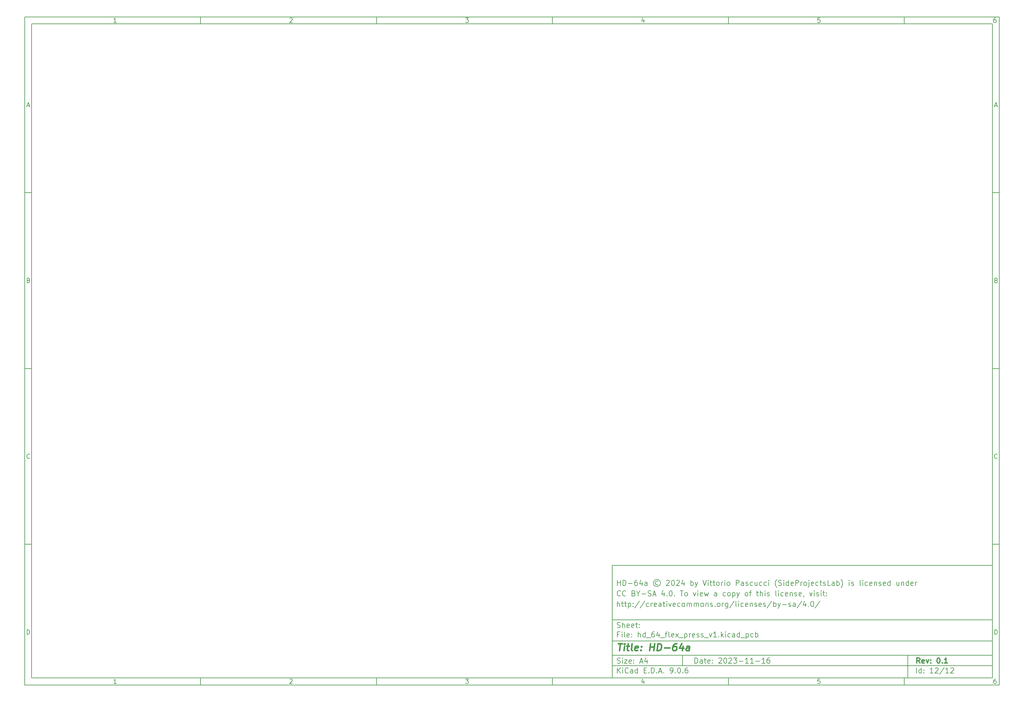
<source format=gbr>
%TF.GenerationSoftware,KiCad,Pcbnew,9.0.6*%
%TF.CreationDate,2025-11-27T00:01:33+01:00*%
%TF.ProjectId,hd_64_flex_press_v1,68645f36-345f-4666-9c65-785f70726573,0.1*%
%TF.SameCoordinates,PXd7966e0PY3c8eee0*%
%TF.FileFunction,Other,User*%
%FSLAX46Y46*%
G04 Gerber Fmt 4.6, Leading zero omitted, Abs format (unit mm)*
G04 Created by KiCad (PCBNEW 9.0.6) date 2025-11-27 00:01:33*
%MOMM*%
%LPD*%
G01*
G04 APERTURE LIST*
%ADD10C,0.100000*%
%ADD11C,0.150000*%
%ADD12C,0.300000*%
%ADD13C,0.400000*%
G04 APERTURE END LIST*
D10*
D11*
X-49057800Y-102507200D02*
X58942200Y-102507200D01*
X58942200Y-134507200D01*
X-49057800Y-134507200D01*
X-49057800Y-102507200D01*
D10*
D11*
X-216060000Y53500000D02*
X60942200Y53500000D01*
X60942200Y-136507200D01*
X-216060000Y-136507200D01*
X-216060000Y53500000D01*
D10*
D11*
X-214060000Y51500000D02*
X58942200Y51500000D01*
X58942200Y-134507200D01*
X-214060000Y-134507200D01*
X-214060000Y51500000D01*
D10*
D11*
X-166060000Y51500000D02*
X-166060000Y53500000D01*
D10*
D11*
X-116060000Y51500000D02*
X-116060000Y53500000D01*
D10*
D11*
X-66060000Y51500000D02*
X-66060000Y53500000D01*
D10*
D11*
X-16060000Y51500000D02*
X-16060000Y53500000D01*
D10*
D11*
X33940000Y51500000D02*
X33940000Y53500000D01*
D10*
D11*
X-189970840Y51906396D02*
X-190713697Y51906396D01*
X-190342269Y51906396D02*
X-190342269Y53206396D01*
X-190342269Y53206396D02*
X-190466078Y53020681D01*
X-190466078Y53020681D02*
X-190589888Y52896872D01*
X-190589888Y52896872D02*
X-190713697Y52834967D01*
D10*
D11*
X-140713697Y53082586D02*
X-140651793Y53144491D01*
X-140651793Y53144491D02*
X-140527983Y53206396D01*
X-140527983Y53206396D02*
X-140218459Y53206396D01*
X-140218459Y53206396D02*
X-140094650Y53144491D01*
X-140094650Y53144491D02*
X-140032745Y53082586D01*
X-140032745Y53082586D02*
X-139970840Y52958777D01*
X-139970840Y52958777D02*
X-139970840Y52834967D01*
X-139970840Y52834967D02*
X-140032745Y52649253D01*
X-140032745Y52649253D02*
X-140775602Y51906396D01*
X-140775602Y51906396D02*
X-139970840Y51906396D01*
D10*
D11*
X-90775602Y53206396D02*
X-89970840Y53206396D01*
X-89970840Y53206396D02*
X-90404174Y52711158D01*
X-90404174Y52711158D02*
X-90218459Y52711158D01*
X-90218459Y52711158D02*
X-90094650Y52649253D01*
X-90094650Y52649253D02*
X-90032745Y52587348D01*
X-90032745Y52587348D02*
X-89970840Y52463539D01*
X-89970840Y52463539D02*
X-89970840Y52154015D01*
X-89970840Y52154015D02*
X-90032745Y52030205D01*
X-90032745Y52030205D02*
X-90094650Y51968300D01*
X-90094650Y51968300D02*
X-90218459Y51906396D01*
X-90218459Y51906396D02*
X-90589888Y51906396D01*
X-90589888Y51906396D02*
X-90713697Y51968300D01*
X-90713697Y51968300D02*
X-90775602Y52030205D01*
D10*
D11*
X-40094650Y52773062D02*
X-40094650Y51906396D01*
X-40404174Y53268300D02*
X-40713697Y52339729D01*
X-40713697Y52339729D02*
X-39908936Y52339729D01*
D10*
D11*
X9967255Y53206396D02*
X9348207Y53206396D01*
X9348207Y53206396D02*
X9286303Y52587348D01*
X9286303Y52587348D02*
X9348207Y52649253D01*
X9348207Y52649253D02*
X9472017Y52711158D01*
X9472017Y52711158D02*
X9781541Y52711158D01*
X9781541Y52711158D02*
X9905350Y52649253D01*
X9905350Y52649253D02*
X9967255Y52587348D01*
X9967255Y52587348D02*
X10029160Y52463539D01*
X10029160Y52463539D02*
X10029160Y52154015D01*
X10029160Y52154015D02*
X9967255Y52030205D01*
X9967255Y52030205D02*
X9905350Y51968300D01*
X9905350Y51968300D02*
X9781541Y51906396D01*
X9781541Y51906396D02*
X9472017Y51906396D01*
X9472017Y51906396D02*
X9348207Y51968300D01*
X9348207Y51968300D02*
X9286303Y52030205D01*
D10*
D11*
X59905350Y53206396D02*
X59657731Y53206396D01*
X59657731Y53206396D02*
X59533922Y53144491D01*
X59533922Y53144491D02*
X59472017Y53082586D01*
X59472017Y53082586D02*
X59348207Y52896872D01*
X59348207Y52896872D02*
X59286303Y52649253D01*
X59286303Y52649253D02*
X59286303Y52154015D01*
X59286303Y52154015D02*
X59348207Y52030205D01*
X59348207Y52030205D02*
X59410112Y51968300D01*
X59410112Y51968300D02*
X59533922Y51906396D01*
X59533922Y51906396D02*
X59781541Y51906396D01*
X59781541Y51906396D02*
X59905350Y51968300D01*
X59905350Y51968300D02*
X59967255Y52030205D01*
X59967255Y52030205D02*
X60029160Y52154015D01*
X60029160Y52154015D02*
X60029160Y52463539D01*
X60029160Y52463539D02*
X59967255Y52587348D01*
X59967255Y52587348D02*
X59905350Y52649253D01*
X59905350Y52649253D02*
X59781541Y52711158D01*
X59781541Y52711158D02*
X59533922Y52711158D01*
X59533922Y52711158D02*
X59410112Y52649253D01*
X59410112Y52649253D02*
X59348207Y52587348D01*
X59348207Y52587348D02*
X59286303Y52463539D01*
D10*
D11*
X-166060000Y-134507200D02*
X-166060000Y-136507200D01*
D10*
D11*
X-116060000Y-134507200D02*
X-116060000Y-136507200D01*
D10*
D11*
X-66060000Y-134507200D02*
X-66060000Y-136507200D01*
D10*
D11*
X-16060000Y-134507200D02*
X-16060000Y-136507200D01*
D10*
D11*
X33940000Y-134507200D02*
X33940000Y-136507200D01*
D10*
D11*
X-189970840Y-136100804D02*
X-190713697Y-136100804D01*
X-190342269Y-136100804D02*
X-190342269Y-134800804D01*
X-190342269Y-134800804D02*
X-190466078Y-134986519D01*
X-190466078Y-134986519D02*
X-190589888Y-135110328D01*
X-190589888Y-135110328D02*
X-190713697Y-135172233D01*
D10*
D11*
X-140713697Y-134924614D02*
X-140651793Y-134862709D01*
X-140651793Y-134862709D02*
X-140527983Y-134800804D01*
X-140527983Y-134800804D02*
X-140218459Y-134800804D01*
X-140218459Y-134800804D02*
X-140094650Y-134862709D01*
X-140094650Y-134862709D02*
X-140032745Y-134924614D01*
X-140032745Y-134924614D02*
X-139970840Y-135048423D01*
X-139970840Y-135048423D02*
X-139970840Y-135172233D01*
X-139970840Y-135172233D02*
X-140032745Y-135357947D01*
X-140032745Y-135357947D02*
X-140775602Y-136100804D01*
X-140775602Y-136100804D02*
X-139970840Y-136100804D01*
D10*
D11*
X-90775602Y-134800804D02*
X-89970840Y-134800804D01*
X-89970840Y-134800804D02*
X-90404174Y-135296042D01*
X-90404174Y-135296042D02*
X-90218459Y-135296042D01*
X-90218459Y-135296042D02*
X-90094650Y-135357947D01*
X-90094650Y-135357947D02*
X-90032745Y-135419852D01*
X-90032745Y-135419852D02*
X-89970840Y-135543661D01*
X-89970840Y-135543661D02*
X-89970840Y-135853185D01*
X-89970840Y-135853185D02*
X-90032745Y-135976995D01*
X-90032745Y-135976995D02*
X-90094650Y-136038900D01*
X-90094650Y-136038900D02*
X-90218459Y-136100804D01*
X-90218459Y-136100804D02*
X-90589888Y-136100804D01*
X-90589888Y-136100804D02*
X-90713697Y-136038900D01*
X-90713697Y-136038900D02*
X-90775602Y-135976995D01*
D10*
D11*
X-40094650Y-135234138D02*
X-40094650Y-136100804D01*
X-40404174Y-134738900D02*
X-40713697Y-135667471D01*
X-40713697Y-135667471D02*
X-39908936Y-135667471D01*
D10*
D11*
X9967255Y-134800804D02*
X9348207Y-134800804D01*
X9348207Y-134800804D02*
X9286303Y-135419852D01*
X9286303Y-135419852D02*
X9348207Y-135357947D01*
X9348207Y-135357947D02*
X9472017Y-135296042D01*
X9472017Y-135296042D02*
X9781541Y-135296042D01*
X9781541Y-135296042D02*
X9905350Y-135357947D01*
X9905350Y-135357947D02*
X9967255Y-135419852D01*
X9967255Y-135419852D02*
X10029160Y-135543661D01*
X10029160Y-135543661D02*
X10029160Y-135853185D01*
X10029160Y-135853185D02*
X9967255Y-135976995D01*
X9967255Y-135976995D02*
X9905350Y-136038900D01*
X9905350Y-136038900D02*
X9781541Y-136100804D01*
X9781541Y-136100804D02*
X9472017Y-136100804D01*
X9472017Y-136100804D02*
X9348207Y-136038900D01*
X9348207Y-136038900D02*
X9286303Y-135976995D01*
D10*
D11*
X59905350Y-134800804D02*
X59657731Y-134800804D01*
X59657731Y-134800804D02*
X59533922Y-134862709D01*
X59533922Y-134862709D02*
X59472017Y-134924614D01*
X59472017Y-134924614D02*
X59348207Y-135110328D01*
X59348207Y-135110328D02*
X59286303Y-135357947D01*
X59286303Y-135357947D02*
X59286303Y-135853185D01*
X59286303Y-135853185D02*
X59348207Y-135976995D01*
X59348207Y-135976995D02*
X59410112Y-136038900D01*
X59410112Y-136038900D02*
X59533922Y-136100804D01*
X59533922Y-136100804D02*
X59781541Y-136100804D01*
X59781541Y-136100804D02*
X59905350Y-136038900D01*
X59905350Y-136038900D02*
X59967255Y-135976995D01*
X59967255Y-135976995D02*
X60029160Y-135853185D01*
X60029160Y-135853185D02*
X60029160Y-135543661D01*
X60029160Y-135543661D02*
X59967255Y-135419852D01*
X59967255Y-135419852D02*
X59905350Y-135357947D01*
X59905350Y-135357947D02*
X59781541Y-135296042D01*
X59781541Y-135296042D02*
X59533922Y-135296042D01*
X59533922Y-135296042D02*
X59410112Y-135357947D01*
X59410112Y-135357947D02*
X59348207Y-135419852D01*
X59348207Y-135419852D02*
X59286303Y-135543661D01*
D10*
D11*
X-216060000Y3500000D02*
X-214060000Y3500000D01*
D10*
D11*
X-216060000Y-46500000D02*
X-214060000Y-46500000D01*
D10*
D11*
X-216060000Y-96500000D02*
X-214060000Y-96500000D01*
D10*
D11*
X-215369524Y28277824D02*
X-214750477Y28277824D01*
X-215493334Y27906396D02*
X-215060001Y29206396D01*
X-215060001Y29206396D02*
X-214626667Y27906396D01*
D10*
D11*
X-214967143Y-21412652D02*
X-214781429Y-21474557D01*
X-214781429Y-21474557D02*
X-214719524Y-21536461D01*
X-214719524Y-21536461D02*
X-214657620Y-21660271D01*
X-214657620Y-21660271D02*
X-214657620Y-21845985D01*
X-214657620Y-21845985D02*
X-214719524Y-21969795D01*
X-214719524Y-21969795D02*
X-214781429Y-22031700D01*
X-214781429Y-22031700D02*
X-214905239Y-22093604D01*
X-214905239Y-22093604D02*
X-215400477Y-22093604D01*
X-215400477Y-22093604D02*
X-215400477Y-20793604D01*
X-215400477Y-20793604D02*
X-214967143Y-20793604D01*
X-214967143Y-20793604D02*
X-214843334Y-20855509D01*
X-214843334Y-20855509D02*
X-214781429Y-20917414D01*
X-214781429Y-20917414D02*
X-214719524Y-21041223D01*
X-214719524Y-21041223D02*
X-214719524Y-21165033D01*
X-214719524Y-21165033D02*
X-214781429Y-21288842D01*
X-214781429Y-21288842D02*
X-214843334Y-21350747D01*
X-214843334Y-21350747D02*
X-214967143Y-21412652D01*
X-214967143Y-21412652D02*
X-215400477Y-21412652D01*
D10*
D11*
X-214657620Y-71969795D02*
X-214719524Y-72031700D01*
X-214719524Y-72031700D02*
X-214905239Y-72093604D01*
X-214905239Y-72093604D02*
X-215029048Y-72093604D01*
X-215029048Y-72093604D02*
X-215214762Y-72031700D01*
X-215214762Y-72031700D02*
X-215338572Y-71907890D01*
X-215338572Y-71907890D02*
X-215400477Y-71784080D01*
X-215400477Y-71784080D02*
X-215462381Y-71536461D01*
X-215462381Y-71536461D02*
X-215462381Y-71350747D01*
X-215462381Y-71350747D02*
X-215400477Y-71103128D01*
X-215400477Y-71103128D02*
X-215338572Y-70979319D01*
X-215338572Y-70979319D02*
X-215214762Y-70855509D01*
X-215214762Y-70855509D02*
X-215029048Y-70793604D01*
X-215029048Y-70793604D02*
X-214905239Y-70793604D01*
X-214905239Y-70793604D02*
X-214719524Y-70855509D01*
X-214719524Y-70855509D02*
X-214657620Y-70917414D01*
D10*
D11*
X-215400477Y-122093604D02*
X-215400477Y-120793604D01*
X-215400477Y-120793604D02*
X-215090953Y-120793604D01*
X-215090953Y-120793604D02*
X-214905239Y-120855509D01*
X-214905239Y-120855509D02*
X-214781429Y-120979319D01*
X-214781429Y-120979319D02*
X-214719524Y-121103128D01*
X-214719524Y-121103128D02*
X-214657620Y-121350747D01*
X-214657620Y-121350747D02*
X-214657620Y-121536461D01*
X-214657620Y-121536461D02*
X-214719524Y-121784080D01*
X-214719524Y-121784080D02*
X-214781429Y-121907890D01*
X-214781429Y-121907890D02*
X-214905239Y-122031700D01*
X-214905239Y-122031700D02*
X-215090953Y-122093604D01*
X-215090953Y-122093604D02*
X-215400477Y-122093604D01*
D10*
D11*
X60942200Y3500000D02*
X58942200Y3500000D01*
D10*
D11*
X60942200Y-46500000D02*
X58942200Y-46500000D01*
D10*
D11*
X60942200Y-96500000D02*
X58942200Y-96500000D01*
D10*
D11*
X59632676Y28277824D02*
X60251723Y28277824D01*
X59508866Y27906396D02*
X59942199Y29206396D01*
X59942199Y29206396D02*
X60375533Y27906396D01*
D10*
D11*
X60035057Y-21412652D02*
X60220771Y-21474557D01*
X60220771Y-21474557D02*
X60282676Y-21536461D01*
X60282676Y-21536461D02*
X60344580Y-21660271D01*
X60344580Y-21660271D02*
X60344580Y-21845985D01*
X60344580Y-21845985D02*
X60282676Y-21969795D01*
X60282676Y-21969795D02*
X60220771Y-22031700D01*
X60220771Y-22031700D02*
X60096961Y-22093604D01*
X60096961Y-22093604D02*
X59601723Y-22093604D01*
X59601723Y-22093604D02*
X59601723Y-20793604D01*
X59601723Y-20793604D02*
X60035057Y-20793604D01*
X60035057Y-20793604D02*
X60158866Y-20855509D01*
X60158866Y-20855509D02*
X60220771Y-20917414D01*
X60220771Y-20917414D02*
X60282676Y-21041223D01*
X60282676Y-21041223D02*
X60282676Y-21165033D01*
X60282676Y-21165033D02*
X60220771Y-21288842D01*
X60220771Y-21288842D02*
X60158866Y-21350747D01*
X60158866Y-21350747D02*
X60035057Y-21412652D01*
X60035057Y-21412652D02*
X59601723Y-21412652D01*
D10*
D11*
X60344580Y-71969795D02*
X60282676Y-72031700D01*
X60282676Y-72031700D02*
X60096961Y-72093604D01*
X60096961Y-72093604D02*
X59973152Y-72093604D01*
X59973152Y-72093604D02*
X59787438Y-72031700D01*
X59787438Y-72031700D02*
X59663628Y-71907890D01*
X59663628Y-71907890D02*
X59601723Y-71784080D01*
X59601723Y-71784080D02*
X59539819Y-71536461D01*
X59539819Y-71536461D02*
X59539819Y-71350747D01*
X59539819Y-71350747D02*
X59601723Y-71103128D01*
X59601723Y-71103128D02*
X59663628Y-70979319D01*
X59663628Y-70979319D02*
X59787438Y-70855509D01*
X59787438Y-70855509D02*
X59973152Y-70793604D01*
X59973152Y-70793604D02*
X60096961Y-70793604D01*
X60096961Y-70793604D02*
X60282676Y-70855509D01*
X60282676Y-70855509D02*
X60344580Y-70917414D01*
D10*
D11*
X59601723Y-122093604D02*
X59601723Y-120793604D01*
X59601723Y-120793604D02*
X59911247Y-120793604D01*
X59911247Y-120793604D02*
X60096961Y-120855509D01*
X60096961Y-120855509D02*
X60220771Y-120979319D01*
X60220771Y-120979319D02*
X60282676Y-121103128D01*
X60282676Y-121103128D02*
X60344580Y-121350747D01*
X60344580Y-121350747D02*
X60344580Y-121536461D01*
X60344580Y-121536461D02*
X60282676Y-121784080D01*
X60282676Y-121784080D02*
X60220771Y-121907890D01*
X60220771Y-121907890D02*
X60096961Y-122031700D01*
X60096961Y-122031700D02*
X59911247Y-122093604D01*
X59911247Y-122093604D02*
X59601723Y-122093604D01*
D10*
D11*
X-25601974Y-130293328D02*
X-25601974Y-128793328D01*
X-25601974Y-128793328D02*
X-25244831Y-128793328D01*
X-25244831Y-128793328D02*
X-25030545Y-128864757D01*
X-25030545Y-128864757D02*
X-24887688Y-129007614D01*
X-24887688Y-129007614D02*
X-24816259Y-129150471D01*
X-24816259Y-129150471D02*
X-24744831Y-129436185D01*
X-24744831Y-129436185D02*
X-24744831Y-129650471D01*
X-24744831Y-129650471D02*
X-24816259Y-129936185D01*
X-24816259Y-129936185D02*
X-24887688Y-130079042D01*
X-24887688Y-130079042D02*
X-25030545Y-130221900D01*
X-25030545Y-130221900D02*
X-25244831Y-130293328D01*
X-25244831Y-130293328D02*
X-25601974Y-130293328D01*
X-23459116Y-130293328D02*
X-23459116Y-129507614D01*
X-23459116Y-129507614D02*
X-23530545Y-129364757D01*
X-23530545Y-129364757D02*
X-23673402Y-129293328D01*
X-23673402Y-129293328D02*
X-23959116Y-129293328D01*
X-23959116Y-129293328D02*
X-24101974Y-129364757D01*
X-23459116Y-130221900D02*
X-23601974Y-130293328D01*
X-23601974Y-130293328D02*
X-23959116Y-130293328D01*
X-23959116Y-130293328D02*
X-24101974Y-130221900D01*
X-24101974Y-130221900D02*
X-24173402Y-130079042D01*
X-24173402Y-130079042D02*
X-24173402Y-129936185D01*
X-24173402Y-129936185D02*
X-24101974Y-129793328D01*
X-24101974Y-129793328D02*
X-23959116Y-129721900D01*
X-23959116Y-129721900D02*
X-23601974Y-129721900D01*
X-23601974Y-129721900D02*
X-23459116Y-129650471D01*
X-22959116Y-129293328D02*
X-22387688Y-129293328D01*
X-22744831Y-128793328D02*
X-22744831Y-130079042D01*
X-22744831Y-130079042D02*
X-22673402Y-130221900D01*
X-22673402Y-130221900D02*
X-22530545Y-130293328D01*
X-22530545Y-130293328D02*
X-22387688Y-130293328D01*
X-21316259Y-130221900D02*
X-21459116Y-130293328D01*
X-21459116Y-130293328D02*
X-21744830Y-130293328D01*
X-21744830Y-130293328D02*
X-21887688Y-130221900D01*
X-21887688Y-130221900D02*
X-21959116Y-130079042D01*
X-21959116Y-130079042D02*
X-21959116Y-129507614D01*
X-21959116Y-129507614D02*
X-21887688Y-129364757D01*
X-21887688Y-129364757D02*
X-21744830Y-129293328D01*
X-21744830Y-129293328D02*
X-21459116Y-129293328D01*
X-21459116Y-129293328D02*
X-21316259Y-129364757D01*
X-21316259Y-129364757D02*
X-21244830Y-129507614D01*
X-21244830Y-129507614D02*
X-21244830Y-129650471D01*
X-21244830Y-129650471D02*
X-21959116Y-129793328D01*
X-20601974Y-130150471D02*
X-20530545Y-130221900D01*
X-20530545Y-130221900D02*
X-20601974Y-130293328D01*
X-20601974Y-130293328D02*
X-20673402Y-130221900D01*
X-20673402Y-130221900D02*
X-20601974Y-130150471D01*
X-20601974Y-130150471D02*
X-20601974Y-130293328D01*
X-20601974Y-129364757D02*
X-20530545Y-129436185D01*
X-20530545Y-129436185D02*
X-20601974Y-129507614D01*
X-20601974Y-129507614D02*
X-20673402Y-129436185D01*
X-20673402Y-129436185D02*
X-20601974Y-129364757D01*
X-20601974Y-129364757D02*
X-20601974Y-129507614D01*
X-18816259Y-128936185D02*
X-18744831Y-128864757D01*
X-18744831Y-128864757D02*
X-18601973Y-128793328D01*
X-18601973Y-128793328D02*
X-18244831Y-128793328D01*
X-18244831Y-128793328D02*
X-18101973Y-128864757D01*
X-18101973Y-128864757D02*
X-18030545Y-128936185D01*
X-18030545Y-128936185D02*
X-17959116Y-129079042D01*
X-17959116Y-129079042D02*
X-17959116Y-129221900D01*
X-17959116Y-129221900D02*
X-18030545Y-129436185D01*
X-18030545Y-129436185D02*
X-18887688Y-130293328D01*
X-18887688Y-130293328D02*
X-17959116Y-130293328D01*
X-17030545Y-128793328D02*
X-16887688Y-128793328D01*
X-16887688Y-128793328D02*
X-16744831Y-128864757D01*
X-16744831Y-128864757D02*
X-16673402Y-128936185D01*
X-16673402Y-128936185D02*
X-16601974Y-129079042D01*
X-16601974Y-129079042D02*
X-16530545Y-129364757D01*
X-16530545Y-129364757D02*
X-16530545Y-129721900D01*
X-16530545Y-129721900D02*
X-16601974Y-130007614D01*
X-16601974Y-130007614D02*
X-16673402Y-130150471D01*
X-16673402Y-130150471D02*
X-16744831Y-130221900D01*
X-16744831Y-130221900D02*
X-16887688Y-130293328D01*
X-16887688Y-130293328D02*
X-17030545Y-130293328D01*
X-17030545Y-130293328D02*
X-17173402Y-130221900D01*
X-17173402Y-130221900D02*
X-17244831Y-130150471D01*
X-17244831Y-130150471D02*
X-17316260Y-130007614D01*
X-17316260Y-130007614D02*
X-17387688Y-129721900D01*
X-17387688Y-129721900D02*
X-17387688Y-129364757D01*
X-17387688Y-129364757D02*
X-17316260Y-129079042D01*
X-17316260Y-129079042D02*
X-17244831Y-128936185D01*
X-17244831Y-128936185D02*
X-17173402Y-128864757D01*
X-17173402Y-128864757D02*
X-17030545Y-128793328D01*
X-15959117Y-128936185D02*
X-15887689Y-128864757D01*
X-15887689Y-128864757D02*
X-15744831Y-128793328D01*
X-15744831Y-128793328D02*
X-15387689Y-128793328D01*
X-15387689Y-128793328D02*
X-15244831Y-128864757D01*
X-15244831Y-128864757D02*
X-15173403Y-128936185D01*
X-15173403Y-128936185D02*
X-15101974Y-129079042D01*
X-15101974Y-129079042D02*
X-15101974Y-129221900D01*
X-15101974Y-129221900D02*
X-15173403Y-129436185D01*
X-15173403Y-129436185D02*
X-16030546Y-130293328D01*
X-16030546Y-130293328D02*
X-15101974Y-130293328D01*
X-14601975Y-128793328D02*
X-13673403Y-128793328D01*
X-13673403Y-128793328D02*
X-14173403Y-129364757D01*
X-14173403Y-129364757D02*
X-13959118Y-129364757D01*
X-13959118Y-129364757D02*
X-13816260Y-129436185D01*
X-13816260Y-129436185D02*
X-13744832Y-129507614D01*
X-13744832Y-129507614D02*
X-13673403Y-129650471D01*
X-13673403Y-129650471D02*
X-13673403Y-130007614D01*
X-13673403Y-130007614D02*
X-13744832Y-130150471D01*
X-13744832Y-130150471D02*
X-13816260Y-130221900D01*
X-13816260Y-130221900D02*
X-13959118Y-130293328D01*
X-13959118Y-130293328D02*
X-14387689Y-130293328D01*
X-14387689Y-130293328D02*
X-14530546Y-130221900D01*
X-14530546Y-130221900D02*
X-14601975Y-130150471D01*
X-13030547Y-129721900D02*
X-11887689Y-129721900D01*
X-10387689Y-130293328D02*
X-11244832Y-130293328D01*
X-10816261Y-130293328D02*
X-10816261Y-128793328D01*
X-10816261Y-128793328D02*
X-10959118Y-129007614D01*
X-10959118Y-129007614D02*
X-11101975Y-129150471D01*
X-11101975Y-129150471D02*
X-11244832Y-129221900D01*
X-8959118Y-130293328D02*
X-9816261Y-130293328D01*
X-9387690Y-130293328D02*
X-9387690Y-128793328D01*
X-9387690Y-128793328D02*
X-9530547Y-129007614D01*
X-9530547Y-129007614D02*
X-9673404Y-129150471D01*
X-9673404Y-129150471D02*
X-9816261Y-129221900D01*
X-8316262Y-129721900D02*
X-7173404Y-129721900D01*
X-5673404Y-130293328D02*
X-6530547Y-130293328D01*
X-6101976Y-130293328D02*
X-6101976Y-128793328D01*
X-6101976Y-128793328D02*
X-6244833Y-129007614D01*
X-6244833Y-129007614D02*
X-6387690Y-129150471D01*
X-6387690Y-129150471D02*
X-6530547Y-129221900D01*
X-4387690Y-128793328D02*
X-4673405Y-128793328D01*
X-4673405Y-128793328D02*
X-4816262Y-128864757D01*
X-4816262Y-128864757D02*
X-4887690Y-128936185D01*
X-4887690Y-128936185D02*
X-5030548Y-129150471D01*
X-5030548Y-129150471D02*
X-5101976Y-129436185D01*
X-5101976Y-129436185D02*
X-5101976Y-130007614D01*
X-5101976Y-130007614D02*
X-5030548Y-130150471D01*
X-5030548Y-130150471D02*
X-4959119Y-130221900D01*
X-4959119Y-130221900D02*
X-4816262Y-130293328D01*
X-4816262Y-130293328D02*
X-4530548Y-130293328D01*
X-4530548Y-130293328D02*
X-4387690Y-130221900D01*
X-4387690Y-130221900D02*
X-4316262Y-130150471D01*
X-4316262Y-130150471D02*
X-4244833Y-130007614D01*
X-4244833Y-130007614D02*
X-4244833Y-129650471D01*
X-4244833Y-129650471D02*
X-4316262Y-129507614D01*
X-4316262Y-129507614D02*
X-4387690Y-129436185D01*
X-4387690Y-129436185D02*
X-4530548Y-129364757D01*
X-4530548Y-129364757D02*
X-4816262Y-129364757D01*
X-4816262Y-129364757D02*
X-4959119Y-129436185D01*
X-4959119Y-129436185D02*
X-5030548Y-129507614D01*
X-5030548Y-129507614D02*
X-5101976Y-129650471D01*
D10*
D11*
X-49057800Y-131007200D02*
X58942200Y-131007200D01*
D10*
D11*
X-47601974Y-133093328D02*
X-47601974Y-131593328D01*
X-46744831Y-133093328D02*
X-47387688Y-132236185D01*
X-46744831Y-131593328D02*
X-47601974Y-132450471D01*
X-46101974Y-133093328D02*
X-46101974Y-132093328D01*
X-46101974Y-131593328D02*
X-46173402Y-131664757D01*
X-46173402Y-131664757D02*
X-46101974Y-131736185D01*
X-46101974Y-131736185D02*
X-46030545Y-131664757D01*
X-46030545Y-131664757D02*
X-46101974Y-131593328D01*
X-46101974Y-131593328D02*
X-46101974Y-131736185D01*
X-44530545Y-132950471D02*
X-44601973Y-133021900D01*
X-44601973Y-133021900D02*
X-44816259Y-133093328D01*
X-44816259Y-133093328D02*
X-44959116Y-133093328D01*
X-44959116Y-133093328D02*
X-45173402Y-133021900D01*
X-45173402Y-133021900D02*
X-45316259Y-132879042D01*
X-45316259Y-132879042D02*
X-45387688Y-132736185D01*
X-45387688Y-132736185D02*
X-45459116Y-132450471D01*
X-45459116Y-132450471D02*
X-45459116Y-132236185D01*
X-45459116Y-132236185D02*
X-45387688Y-131950471D01*
X-45387688Y-131950471D02*
X-45316259Y-131807614D01*
X-45316259Y-131807614D02*
X-45173402Y-131664757D01*
X-45173402Y-131664757D02*
X-44959116Y-131593328D01*
X-44959116Y-131593328D02*
X-44816259Y-131593328D01*
X-44816259Y-131593328D02*
X-44601973Y-131664757D01*
X-44601973Y-131664757D02*
X-44530545Y-131736185D01*
X-43244830Y-133093328D02*
X-43244830Y-132307614D01*
X-43244830Y-132307614D02*
X-43316259Y-132164757D01*
X-43316259Y-132164757D02*
X-43459116Y-132093328D01*
X-43459116Y-132093328D02*
X-43744830Y-132093328D01*
X-43744830Y-132093328D02*
X-43887688Y-132164757D01*
X-43244830Y-133021900D02*
X-43387688Y-133093328D01*
X-43387688Y-133093328D02*
X-43744830Y-133093328D01*
X-43744830Y-133093328D02*
X-43887688Y-133021900D01*
X-43887688Y-133021900D02*
X-43959116Y-132879042D01*
X-43959116Y-132879042D02*
X-43959116Y-132736185D01*
X-43959116Y-132736185D02*
X-43887688Y-132593328D01*
X-43887688Y-132593328D02*
X-43744830Y-132521900D01*
X-43744830Y-132521900D02*
X-43387688Y-132521900D01*
X-43387688Y-132521900D02*
X-43244830Y-132450471D01*
X-41887687Y-133093328D02*
X-41887687Y-131593328D01*
X-41887687Y-133021900D02*
X-42030545Y-133093328D01*
X-42030545Y-133093328D02*
X-42316259Y-133093328D01*
X-42316259Y-133093328D02*
X-42459116Y-133021900D01*
X-42459116Y-133021900D02*
X-42530545Y-132950471D01*
X-42530545Y-132950471D02*
X-42601973Y-132807614D01*
X-42601973Y-132807614D02*
X-42601973Y-132379042D01*
X-42601973Y-132379042D02*
X-42530545Y-132236185D01*
X-42530545Y-132236185D02*
X-42459116Y-132164757D01*
X-42459116Y-132164757D02*
X-42316259Y-132093328D01*
X-42316259Y-132093328D02*
X-42030545Y-132093328D01*
X-42030545Y-132093328D02*
X-41887687Y-132164757D01*
X-40030545Y-132307614D02*
X-39530545Y-132307614D01*
X-39316259Y-133093328D02*
X-40030545Y-133093328D01*
X-40030545Y-133093328D02*
X-40030545Y-131593328D01*
X-40030545Y-131593328D02*
X-39316259Y-131593328D01*
X-38673402Y-132950471D02*
X-38601973Y-133021900D01*
X-38601973Y-133021900D02*
X-38673402Y-133093328D01*
X-38673402Y-133093328D02*
X-38744830Y-133021900D01*
X-38744830Y-133021900D02*
X-38673402Y-132950471D01*
X-38673402Y-132950471D02*
X-38673402Y-133093328D01*
X-37959116Y-133093328D02*
X-37959116Y-131593328D01*
X-37959116Y-131593328D02*
X-37601973Y-131593328D01*
X-37601973Y-131593328D02*
X-37387687Y-131664757D01*
X-37387687Y-131664757D02*
X-37244830Y-131807614D01*
X-37244830Y-131807614D02*
X-37173401Y-131950471D01*
X-37173401Y-131950471D02*
X-37101973Y-132236185D01*
X-37101973Y-132236185D02*
X-37101973Y-132450471D01*
X-37101973Y-132450471D02*
X-37173401Y-132736185D01*
X-37173401Y-132736185D02*
X-37244830Y-132879042D01*
X-37244830Y-132879042D02*
X-37387687Y-133021900D01*
X-37387687Y-133021900D02*
X-37601973Y-133093328D01*
X-37601973Y-133093328D02*
X-37959116Y-133093328D01*
X-36459116Y-132950471D02*
X-36387687Y-133021900D01*
X-36387687Y-133021900D02*
X-36459116Y-133093328D01*
X-36459116Y-133093328D02*
X-36530544Y-133021900D01*
X-36530544Y-133021900D02*
X-36459116Y-132950471D01*
X-36459116Y-132950471D02*
X-36459116Y-133093328D01*
X-35816258Y-132664757D02*
X-35101972Y-132664757D01*
X-35959115Y-133093328D02*
X-35459115Y-131593328D01*
X-35459115Y-131593328D02*
X-34959115Y-133093328D01*
X-34459116Y-132950471D02*
X-34387687Y-133021900D01*
X-34387687Y-133021900D02*
X-34459116Y-133093328D01*
X-34459116Y-133093328D02*
X-34530544Y-133021900D01*
X-34530544Y-133021900D02*
X-34459116Y-132950471D01*
X-34459116Y-132950471D02*
X-34459116Y-133093328D01*
X-32530544Y-133093328D02*
X-32244830Y-133093328D01*
X-32244830Y-133093328D02*
X-32101973Y-133021900D01*
X-32101973Y-133021900D02*
X-32030544Y-132950471D01*
X-32030544Y-132950471D02*
X-31887687Y-132736185D01*
X-31887687Y-132736185D02*
X-31816258Y-132450471D01*
X-31816258Y-132450471D02*
X-31816258Y-131879042D01*
X-31816258Y-131879042D02*
X-31887687Y-131736185D01*
X-31887687Y-131736185D02*
X-31959115Y-131664757D01*
X-31959115Y-131664757D02*
X-32101973Y-131593328D01*
X-32101973Y-131593328D02*
X-32387687Y-131593328D01*
X-32387687Y-131593328D02*
X-32530544Y-131664757D01*
X-32530544Y-131664757D02*
X-32601973Y-131736185D01*
X-32601973Y-131736185D02*
X-32673401Y-131879042D01*
X-32673401Y-131879042D02*
X-32673401Y-132236185D01*
X-32673401Y-132236185D02*
X-32601973Y-132379042D01*
X-32601973Y-132379042D02*
X-32530544Y-132450471D01*
X-32530544Y-132450471D02*
X-32387687Y-132521900D01*
X-32387687Y-132521900D02*
X-32101973Y-132521900D01*
X-32101973Y-132521900D02*
X-31959115Y-132450471D01*
X-31959115Y-132450471D02*
X-31887687Y-132379042D01*
X-31887687Y-132379042D02*
X-31816258Y-132236185D01*
X-31173402Y-132950471D02*
X-31101973Y-133021900D01*
X-31101973Y-133021900D02*
X-31173402Y-133093328D01*
X-31173402Y-133093328D02*
X-31244830Y-133021900D01*
X-31244830Y-133021900D02*
X-31173402Y-132950471D01*
X-31173402Y-132950471D02*
X-31173402Y-133093328D01*
X-30173401Y-131593328D02*
X-30030544Y-131593328D01*
X-30030544Y-131593328D02*
X-29887687Y-131664757D01*
X-29887687Y-131664757D02*
X-29816258Y-131736185D01*
X-29816258Y-131736185D02*
X-29744830Y-131879042D01*
X-29744830Y-131879042D02*
X-29673401Y-132164757D01*
X-29673401Y-132164757D02*
X-29673401Y-132521900D01*
X-29673401Y-132521900D02*
X-29744830Y-132807614D01*
X-29744830Y-132807614D02*
X-29816258Y-132950471D01*
X-29816258Y-132950471D02*
X-29887687Y-133021900D01*
X-29887687Y-133021900D02*
X-30030544Y-133093328D01*
X-30030544Y-133093328D02*
X-30173401Y-133093328D01*
X-30173401Y-133093328D02*
X-30316258Y-133021900D01*
X-30316258Y-133021900D02*
X-30387687Y-132950471D01*
X-30387687Y-132950471D02*
X-30459116Y-132807614D01*
X-30459116Y-132807614D02*
X-30530544Y-132521900D01*
X-30530544Y-132521900D02*
X-30530544Y-132164757D01*
X-30530544Y-132164757D02*
X-30459116Y-131879042D01*
X-30459116Y-131879042D02*
X-30387687Y-131736185D01*
X-30387687Y-131736185D02*
X-30316258Y-131664757D01*
X-30316258Y-131664757D02*
X-30173401Y-131593328D01*
X-29030545Y-132950471D02*
X-28959116Y-133021900D01*
X-28959116Y-133021900D02*
X-29030545Y-133093328D01*
X-29030545Y-133093328D02*
X-29101973Y-133021900D01*
X-29101973Y-133021900D02*
X-29030545Y-132950471D01*
X-29030545Y-132950471D02*
X-29030545Y-133093328D01*
X-27673401Y-131593328D02*
X-27959116Y-131593328D01*
X-27959116Y-131593328D02*
X-28101973Y-131664757D01*
X-28101973Y-131664757D02*
X-28173401Y-131736185D01*
X-28173401Y-131736185D02*
X-28316259Y-131950471D01*
X-28316259Y-131950471D02*
X-28387687Y-132236185D01*
X-28387687Y-132236185D02*
X-28387687Y-132807614D01*
X-28387687Y-132807614D02*
X-28316259Y-132950471D01*
X-28316259Y-132950471D02*
X-28244830Y-133021900D01*
X-28244830Y-133021900D02*
X-28101973Y-133093328D01*
X-28101973Y-133093328D02*
X-27816259Y-133093328D01*
X-27816259Y-133093328D02*
X-27673401Y-133021900D01*
X-27673401Y-133021900D02*
X-27601973Y-132950471D01*
X-27601973Y-132950471D02*
X-27530544Y-132807614D01*
X-27530544Y-132807614D02*
X-27530544Y-132450471D01*
X-27530544Y-132450471D02*
X-27601973Y-132307614D01*
X-27601973Y-132307614D02*
X-27673401Y-132236185D01*
X-27673401Y-132236185D02*
X-27816259Y-132164757D01*
X-27816259Y-132164757D02*
X-28101973Y-132164757D01*
X-28101973Y-132164757D02*
X-28244830Y-132236185D01*
X-28244830Y-132236185D02*
X-28316259Y-132307614D01*
X-28316259Y-132307614D02*
X-28387687Y-132450471D01*
D10*
D11*
X-49057800Y-128007200D02*
X58942200Y-128007200D01*
D10*
D12*
X38353853Y-130285528D02*
X37853853Y-129571242D01*
X37496710Y-130285528D02*
X37496710Y-128785528D01*
X37496710Y-128785528D02*
X38068139Y-128785528D01*
X38068139Y-128785528D02*
X38210996Y-128856957D01*
X38210996Y-128856957D02*
X38282425Y-128928385D01*
X38282425Y-128928385D02*
X38353853Y-129071242D01*
X38353853Y-129071242D02*
X38353853Y-129285528D01*
X38353853Y-129285528D02*
X38282425Y-129428385D01*
X38282425Y-129428385D02*
X38210996Y-129499814D01*
X38210996Y-129499814D02*
X38068139Y-129571242D01*
X38068139Y-129571242D02*
X37496710Y-129571242D01*
X39568139Y-130214100D02*
X39425282Y-130285528D01*
X39425282Y-130285528D02*
X39139568Y-130285528D01*
X39139568Y-130285528D02*
X38996710Y-130214100D01*
X38996710Y-130214100D02*
X38925282Y-130071242D01*
X38925282Y-130071242D02*
X38925282Y-129499814D01*
X38925282Y-129499814D02*
X38996710Y-129356957D01*
X38996710Y-129356957D02*
X39139568Y-129285528D01*
X39139568Y-129285528D02*
X39425282Y-129285528D01*
X39425282Y-129285528D02*
X39568139Y-129356957D01*
X39568139Y-129356957D02*
X39639568Y-129499814D01*
X39639568Y-129499814D02*
X39639568Y-129642671D01*
X39639568Y-129642671D02*
X38925282Y-129785528D01*
X40139567Y-129285528D02*
X40496710Y-130285528D01*
X40496710Y-130285528D02*
X40853853Y-129285528D01*
X41425281Y-130142671D02*
X41496710Y-130214100D01*
X41496710Y-130214100D02*
X41425281Y-130285528D01*
X41425281Y-130285528D02*
X41353853Y-130214100D01*
X41353853Y-130214100D02*
X41425281Y-130142671D01*
X41425281Y-130142671D02*
X41425281Y-130285528D01*
X41425281Y-129356957D02*
X41496710Y-129428385D01*
X41496710Y-129428385D02*
X41425281Y-129499814D01*
X41425281Y-129499814D02*
X41353853Y-129428385D01*
X41353853Y-129428385D02*
X41425281Y-129356957D01*
X41425281Y-129356957D02*
X41425281Y-129499814D01*
X43568139Y-128785528D02*
X43710996Y-128785528D01*
X43710996Y-128785528D02*
X43853853Y-128856957D01*
X43853853Y-128856957D02*
X43925282Y-128928385D01*
X43925282Y-128928385D02*
X43996710Y-129071242D01*
X43996710Y-129071242D02*
X44068139Y-129356957D01*
X44068139Y-129356957D02*
X44068139Y-129714100D01*
X44068139Y-129714100D02*
X43996710Y-129999814D01*
X43996710Y-129999814D02*
X43925282Y-130142671D01*
X43925282Y-130142671D02*
X43853853Y-130214100D01*
X43853853Y-130214100D02*
X43710996Y-130285528D01*
X43710996Y-130285528D02*
X43568139Y-130285528D01*
X43568139Y-130285528D02*
X43425282Y-130214100D01*
X43425282Y-130214100D02*
X43353853Y-130142671D01*
X43353853Y-130142671D02*
X43282424Y-129999814D01*
X43282424Y-129999814D02*
X43210996Y-129714100D01*
X43210996Y-129714100D02*
X43210996Y-129356957D01*
X43210996Y-129356957D02*
X43282424Y-129071242D01*
X43282424Y-129071242D02*
X43353853Y-128928385D01*
X43353853Y-128928385D02*
X43425282Y-128856957D01*
X43425282Y-128856957D02*
X43568139Y-128785528D01*
X44710995Y-130142671D02*
X44782424Y-130214100D01*
X44782424Y-130214100D02*
X44710995Y-130285528D01*
X44710995Y-130285528D02*
X44639567Y-130214100D01*
X44639567Y-130214100D02*
X44710995Y-130142671D01*
X44710995Y-130142671D02*
X44710995Y-130285528D01*
X46210996Y-130285528D02*
X45353853Y-130285528D01*
X45782424Y-130285528D02*
X45782424Y-128785528D01*
X45782424Y-128785528D02*
X45639567Y-128999814D01*
X45639567Y-128999814D02*
X45496710Y-129142671D01*
X45496710Y-129142671D02*
X45353853Y-129214100D01*
D10*
D11*
X-47673402Y-130221900D02*
X-47459116Y-130293328D01*
X-47459116Y-130293328D02*
X-47101974Y-130293328D01*
X-47101974Y-130293328D02*
X-46959116Y-130221900D01*
X-46959116Y-130221900D02*
X-46887688Y-130150471D01*
X-46887688Y-130150471D02*
X-46816259Y-130007614D01*
X-46816259Y-130007614D02*
X-46816259Y-129864757D01*
X-46816259Y-129864757D02*
X-46887688Y-129721900D01*
X-46887688Y-129721900D02*
X-46959116Y-129650471D01*
X-46959116Y-129650471D02*
X-47101974Y-129579042D01*
X-47101974Y-129579042D02*
X-47387688Y-129507614D01*
X-47387688Y-129507614D02*
X-47530545Y-129436185D01*
X-47530545Y-129436185D02*
X-47601974Y-129364757D01*
X-47601974Y-129364757D02*
X-47673402Y-129221900D01*
X-47673402Y-129221900D02*
X-47673402Y-129079042D01*
X-47673402Y-129079042D02*
X-47601974Y-128936185D01*
X-47601974Y-128936185D02*
X-47530545Y-128864757D01*
X-47530545Y-128864757D02*
X-47387688Y-128793328D01*
X-47387688Y-128793328D02*
X-47030545Y-128793328D01*
X-47030545Y-128793328D02*
X-46816259Y-128864757D01*
X-46173403Y-130293328D02*
X-46173403Y-129293328D01*
X-46173403Y-128793328D02*
X-46244831Y-128864757D01*
X-46244831Y-128864757D02*
X-46173403Y-128936185D01*
X-46173403Y-128936185D02*
X-46101974Y-128864757D01*
X-46101974Y-128864757D02*
X-46173403Y-128793328D01*
X-46173403Y-128793328D02*
X-46173403Y-128936185D01*
X-45601974Y-129293328D02*
X-44816259Y-129293328D01*
X-44816259Y-129293328D02*
X-45601974Y-130293328D01*
X-45601974Y-130293328D02*
X-44816259Y-130293328D01*
X-43673402Y-130221900D02*
X-43816259Y-130293328D01*
X-43816259Y-130293328D02*
X-44101973Y-130293328D01*
X-44101973Y-130293328D02*
X-44244831Y-130221900D01*
X-44244831Y-130221900D02*
X-44316259Y-130079042D01*
X-44316259Y-130079042D02*
X-44316259Y-129507614D01*
X-44316259Y-129507614D02*
X-44244831Y-129364757D01*
X-44244831Y-129364757D02*
X-44101973Y-129293328D01*
X-44101973Y-129293328D02*
X-43816259Y-129293328D01*
X-43816259Y-129293328D02*
X-43673402Y-129364757D01*
X-43673402Y-129364757D02*
X-43601973Y-129507614D01*
X-43601973Y-129507614D02*
X-43601973Y-129650471D01*
X-43601973Y-129650471D02*
X-44316259Y-129793328D01*
X-42959117Y-130150471D02*
X-42887688Y-130221900D01*
X-42887688Y-130221900D02*
X-42959117Y-130293328D01*
X-42959117Y-130293328D02*
X-43030545Y-130221900D01*
X-43030545Y-130221900D02*
X-42959117Y-130150471D01*
X-42959117Y-130150471D02*
X-42959117Y-130293328D01*
X-42959117Y-129364757D02*
X-42887688Y-129436185D01*
X-42887688Y-129436185D02*
X-42959117Y-129507614D01*
X-42959117Y-129507614D02*
X-43030545Y-129436185D01*
X-43030545Y-129436185D02*
X-42959117Y-129364757D01*
X-42959117Y-129364757D02*
X-42959117Y-129507614D01*
X-41173402Y-129864757D02*
X-40459116Y-129864757D01*
X-41316259Y-130293328D02*
X-40816259Y-128793328D01*
X-40816259Y-128793328D02*
X-40316259Y-130293328D01*
X-39173402Y-129293328D02*
X-39173402Y-130293328D01*
X-39530545Y-128721900D02*
X-39887688Y-129793328D01*
X-39887688Y-129793328D02*
X-38959117Y-129793328D01*
D10*
D11*
X37398026Y-133093328D02*
X37398026Y-131593328D01*
X38755170Y-133093328D02*
X38755170Y-131593328D01*
X38755170Y-133021900D02*
X38612312Y-133093328D01*
X38612312Y-133093328D02*
X38326598Y-133093328D01*
X38326598Y-133093328D02*
X38183741Y-133021900D01*
X38183741Y-133021900D02*
X38112312Y-132950471D01*
X38112312Y-132950471D02*
X38040884Y-132807614D01*
X38040884Y-132807614D02*
X38040884Y-132379042D01*
X38040884Y-132379042D02*
X38112312Y-132236185D01*
X38112312Y-132236185D02*
X38183741Y-132164757D01*
X38183741Y-132164757D02*
X38326598Y-132093328D01*
X38326598Y-132093328D02*
X38612312Y-132093328D01*
X38612312Y-132093328D02*
X38755170Y-132164757D01*
X39469455Y-132950471D02*
X39540884Y-133021900D01*
X39540884Y-133021900D02*
X39469455Y-133093328D01*
X39469455Y-133093328D02*
X39398027Y-133021900D01*
X39398027Y-133021900D02*
X39469455Y-132950471D01*
X39469455Y-132950471D02*
X39469455Y-133093328D01*
X39469455Y-132164757D02*
X39540884Y-132236185D01*
X39540884Y-132236185D02*
X39469455Y-132307614D01*
X39469455Y-132307614D02*
X39398027Y-132236185D01*
X39398027Y-132236185D02*
X39469455Y-132164757D01*
X39469455Y-132164757D02*
X39469455Y-132307614D01*
X42112313Y-133093328D02*
X41255170Y-133093328D01*
X41683741Y-133093328D02*
X41683741Y-131593328D01*
X41683741Y-131593328D02*
X41540884Y-131807614D01*
X41540884Y-131807614D02*
X41398027Y-131950471D01*
X41398027Y-131950471D02*
X41255170Y-132021900D01*
X42683741Y-131736185D02*
X42755169Y-131664757D01*
X42755169Y-131664757D02*
X42898027Y-131593328D01*
X42898027Y-131593328D02*
X43255169Y-131593328D01*
X43255169Y-131593328D02*
X43398027Y-131664757D01*
X43398027Y-131664757D02*
X43469455Y-131736185D01*
X43469455Y-131736185D02*
X43540884Y-131879042D01*
X43540884Y-131879042D02*
X43540884Y-132021900D01*
X43540884Y-132021900D02*
X43469455Y-132236185D01*
X43469455Y-132236185D02*
X42612312Y-133093328D01*
X42612312Y-133093328D02*
X43540884Y-133093328D01*
X45255169Y-131521900D02*
X43969455Y-133450471D01*
X46540884Y-133093328D02*
X45683741Y-133093328D01*
X46112312Y-133093328D02*
X46112312Y-131593328D01*
X46112312Y-131593328D02*
X45969455Y-131807614D01*
X45969455Y-131807614D02*
X45826598Y-131950471D01*
X45826598Y-131950471D02*
X45683741Y-132021900D01*
X47112312Y-131736185D02*
X47183740Y-131664757D01*
X47183740Y-131664757D02*
X47326598Y-131593328D01*
X47326598Y-131593328D02*
X47683740Y-131593328D01*
X47683740Y-131593328D02*
X47826598Y-131664757D01*
X47826598Y-131664757D02*
X47898026Y-131736185D01*
X47898026Y-131736185D02*
X47969455Y-131879042D01*
X47969455Y-131879042D02*
X47969455Y-132021900D01*
X47969455Y-132021900D02*
X47898026Y-132236185D01*
X47898026Y-132236185D02*
X47040883Y-133093328D01*
X47040883Y-133093328D02*
X47969455Y-133093328D01*
D10*
D11*
X-49057800Y-124007200D02*
X58942200Y-124007200D01*
D10*
D13*
X-47366072Y-124711638D02*
X-46223215Y-124711638D01*
X-47044643Y-126711638D02*
X-46794643Y-124711638D01*
X-45806548Y-126711638D02*
X-45639881Y-125378304D01*
X-45556548Y-124711638D02*
X-45663691Y-124806876D01*
X-45663691Y-124806876D02*
X-45580357Y-124902114D01*
X-45580357Y-124902114D02*
X-45473214Y-124806876D01*
X-45473214Y-124806876D02*
X-45556548Y-124711638D01*
X-45556548Y-124711638D02*
X-45580357Y-124902114D01*
X-44973214Y-125378304D02*
X-44211310Y-125378304D01*
X-44604167Y-124711638D02*
X-44818452Y-126425923D01*
X-44818452Y-126425923D02*
X-44747024Y-126616400D01*
X-44747024Y-126616400D02*
X-44568452Y-126711638D01*
X-44568452Y-126711638D02*
X-44377976Y-126711638D01*
X-43425595Y-126711638D02*
X-43604167Y-126616400D01*
X-43604167Y-126616400D02*
X-43675595Y-126425923D01*
X-43675595Y-126425923D02*
X-43461310Y-124711638D01*
X-41889881Y-126616400D02*
X-42092262Y-126711638D01*
X-42092262Y-126711638D02*
X-42473215Y-126711638D01*
X-42473215Y-126711638D02*
X-42651786Y-126616400D01*
X-42651786Y-126616400D02*
X-42723215Y-126425923D01*
X-42723215Y-126425923D02*
X-42627976Y-125664019D01*
X-42627976Y-125664019D02*
X-42508929Y-125473542D01*
X-42508929Y-125473542D02*
X-42306548Y-125378304D01*
X-42306548Y-125378304D02*
X-41925596Y-125378304D01*
X-41925596Y-125378304D02*
X-41747024Y-125473542D01*
X-41747024Y-125473542D02*
X-41675596Y-125664019D01*
X-41675596Y-125664019D02*
X-41699405Y-125854495D01*
X-41699405Y-125854495D02*
X-42675596Y-126044971D01*
X-40925595Y-126521161D02*
X-40842262Y-126616400D01*
X-40842262Y-126616400D02*
X-40949405Y-126711638D01*
X-40949405Y-126711638D02*
X-41032738Y-126616400D01*
X-41032738Y-126616400D02*
X-40925595Y-126521161D01*
X-40925595Y-126521161D02*
X-40949405Y-126711638D01*
X-40794643Y-125473542D02*
X-40711310Y-125568780D01*
X-40711310Y-125568780D02*
X-40818452Y-125664019D01*
X-40818452Y-125664019D02*
X-40901786Y-125568780D01*
X-40901786Y-125568780D02*
X-40794643Y-125473542D01*
X-40794643Y-125473542D02*
X-40818452Y-125664019D01*
X-38473214Y-126711638D02*
X-38223214Y-124711638D01*
X-38342261Y-125664019D02*
X-37199404Y-125664019D01*
X-37330357Y-126711638D02*
X-37080357Y-124711638D01*
X-36377976Y-126711638D02*
X-36127976Y-124711638D01*
X-36127976Y-124711638D02*
X-35651785Y-124711638D01*
X-35651785Y-124711638D02*
X-35377976Y-124806876D01*
X-35377976Y-124806876D02*
X-35211309Y-124997352D01*
X-35211309Y-124997352D02*
X-35139881Y-125187828D01*
X-35139881Y-125187828D02*
X-35092261Y-125568780D01*
X-35092261Y-125568780D02*
X-35127976Y-125854495D01*
X-35127976Y-125854495D02*
X-35270833Y-126235447D01*
X-35270833Y-126235447D02*
X-35389881Y-126425923D01*
X-35389881Y-126425923D02*
X-35604166Y-126616400D01*
X-35604166Y-126616400D02*
X-35901785Y-126711638D01*
X-35901785Y-126711638D02*
X-36377976Y-126711638D01*
X-34282738Y-125949733D02*
X-32758928Y-125949733D01*
X-30794643Y-124711638D02*
X-31175595Y-124711638D01*
X-31175595Y-124711638D02*
X-31377976Y-124806876D01*
X-31377976Y-124806876D02*
X-31485119Y-124902114D01*
X-31485119Y-124902114D02*
X-31711310Y-125187828D01*
X-31711310Y-125187828D02*
X-31854167Y-125568780D01*
X-31854167Y-125568780D02*
X-31949405Y-126330685D01*
X-31949405Y-126330685D02*
X-31877976Y-126521161D01*
X-31877976Y-126521161D02*
X-31794643Y-126616400D01*
X-31794643Y-126616400D02*
X-31616071Y-126711638D01*
X-31616071Y-126711638D02*
X-31235119Y-126711638D01*
X-31235119Y-126711638D02*
X-31032738Y-126616400D01*
X-31032738Y-126616400D02*
X-30925595Y-126521161D01*
X-30925595Y-126521161D02*
X-30806548Y-126330685D01*
X-30806548Y-126330685D02*
X-30747024Y-125854495D01*
X-30747024Y-125854495D02*
X-30818452Y-125664019D01*
X-30818452Y-125664019D02*
X-30901786Y-125568780D01*
X-30901786Y-125568780D02*
X-31080357Y-125473542D01*
X-31080357Y-125473542D02*
X-31461310Y-125473542D01*
X-31461310Y-125473542D02*
X-31663691Y-125568780D01*
X-31663691Y-125568780D02*
X-31770833Y-125664019D01*
X-31770833Y-125664019D02*
X-31889881Y-125854495D01*
X-28973214Y-125378304D02*
X-29139881Y-126711638D01*
X-29354167Y-124616400D02*
X-30008929Y-126044971D01*
X-30008929Y-126044971D02*
X-28770833Y-126044971D01*
X-27235119Y-126711638D02*
X-27104167Y-125664019D01*
X-27104167Y-125664019D02*
X-27175595Y-125473542D01*
X-27175595Y-125473542D02*
X-27354167Y-125378304D01*
X-27354167Y-125378304D02*
X-27735119Y-125378304D01*
X-27735119Y-125378304D02*
X-27937500Y-125473542D01*
X-27223214Y-126616400D02*
X-27425595Y-126711638D01*
X-27425595Y-126711638D02*
X-27901786Y-126711638D01*
X-27901786Y-126711638D02*
X-28080357Y-126616400D01*
X-28080357Y-126616400D02*
X-28151786Y-126425923D01*
X-28151786Y-126425923D02*
X-28127976Y-126235447D01*
X-28127976Y-126235447D02*
X-28008928Y-126044971D01*
X-28008928Y-126044971D02*
X-27806547Y-125949733D01*
X-27806547Y-125949733D02*
X-27330357Y-125949733D01*
X-27330357Y-125949733D02*
X-27127976Y-125854495D01*
D10*
D11*
X-47101974Y-122107614D02*
X-47601974Y-122107614D01*
X-47601974Y-122893328D02*
X-47601974Y-121393328D01*
X-47601974Y-121393328D02*
X-46887688Y-121393328D01*
X-46316260Y-122893328D02*
X-46316260Y-121893328D01*
X-46316260Y-121393328D02*
X-46387688Y-121464757D01*
X-46387688Y-121464757D02*
X-46316260Y-121536185D01*
X-46316260Y-121536185D02*
X-46244831Y-121464757D01*
X-46244831Y-121464757D02*
X-46316260Y-121393328D01*
X-46316260Y-121393328D02*
X-46316260Y-121536185D01*
X-45387688Y-122893328D02*
X-45530545Y-122821900D01*
X-45530545Y-122821900D02*
X-45601974Y-122679042D01*
X-45601974Y-122679042D02*
X-45601974Y-121393328D01*
X-44244831Y-122821900D02*
X-44387688Y-122893328D01*
X-44387688Y-122893328D02*
X-44673402Y-122893328D01*
X-44673402Y-122893328D02*
X-44816260Y-122821900D01*
X-44816260Y-122821900D02*
X-44887688Y-122679042D01*
X-44887688Y-122679042D02*
X-44887688Y-122107614D01*
X-44887688Y-122107614D02*
X-44816260Y-121964757D01*
X-44816260Y-121964757D02*
X-44673402Y-121893328D01*
X-44673402Y-121893328D02*
X-44387688Y-121893328D01*
X-44387688Y-121893328D02*
X-44244831Y-121964757D01*
X-44244831Y-121964757D02*
X-44173402Y-122107614D01*
X-44173402Y-122107614D02*
X-44173402Y-122250471D01*
X-44173402Y-122250471D02*
X-44887688Y-122393328D01*
X-43530546Y-122750471D02*
X-43459117Y-122821900D01*
X-43459117Y-122821900D02*
X-43530546Y-122893328D01*
X-43530546Y-122893328D02*
X-43601974Y-122821900D01*
X-43601974Y-122821900D02*
X-43530546Y-122750471D01*
X-43530546Y-122750471D02*
X-43530546Y-122893328D01*
X-43530546Y-121964757D02*
X-43459117Y-122036185D01*
X-43459117Y-122036185D02*
X-43530546Y-122107614D01*
X-43530546Y-122107614D02*
X-43601974Y-122036185D01*
X-43601974Y-122036185D02*
X-43530546Y-121964757D01*
X-43530546Y-121964757D02*
X-43530546Y-122107614D01*
X-41673403Y-122893328D02*
X-41673403Y-121393328D01*
X-41030545Y-122893328D02*
X-41030545Y-122107614D01*
X-41030545Y-122107614D02*
X-41101974Y-121964757D01*
X-41101974Y-121964757D02*
X-41244831Y-121893328D01*
X-41244831Y-121893328D02*
X-41459117Y-121893328D01*
X-41459117Y-121893328D02*
X-41601974Y-121964757D01*
X-41601974Y-121964757D02*
X-41673403Y-122036185D01*
X-39673402Y-122893328D02*
X-39673402Y-121393328D01*
X-39673402Y-122821900D02*
X-39816260Y-122893328D01*
X-39816260Y-122893328D02*
X-40101974Y-122893328D01*
X-40101974Y-122893328D02*
X-40244831Y-122821900D01*
X-40244831Y-122821900D02*
X-40316260Y-122750471D01*
X-40316260Y-122750471D02*
X-40387688Y-122607614D01*
X-40387688Y-122607614D02*
X-40387688Y-122179042D01*
X-40387688Y-122179042D02*
X-40316260Y-122036185D01*
X-40316260Y-122036185D02*
X-40244831Y-121964757D01*
X-40244831Y-121964757D02*
X-40101974Y-121893328D01*
X-40101974Y-121893328D02*
X-39816260Y-121893328D01*
X-39816260Y-121893328D02*
X-39673402Y-121964757D01*
X-39316259Y-123036185D02*
X-38173402Y-123036185D01*
X-37173402Y-121393328D02*
X-37459117Y-121393328D01*
X-37459117Y-121393328D02*
X-37601974Y-121464757D01*
X-37601974Y-121464757D02*
X-37673402Y-121536185D01*
X-37673402Y-121536185D02*
X-37816260Y-121750471D01*
X-37816260Y-121750471D02*
X-37887688Y-122036185D01*
X-37887688Y-122036185D02*
X-37887688Y-122607614D01*
X-37887688Y-122607614D02*
X-37816260Y-122750471D01*
X-37816260Y-122750471D02*
X-37744831Y-122821900D01*
X-37744831Y-122821900D02*
X-37601974Y-122893328D01*
X-37601974Y-122893328D02*
X-37316260Y-122893328D01*
X-37316260Y-122893328D02*
X-37173402Y-122821900D01*
X-37173402Y-122821900D02*
X-37101974Y-122750471D01*
X-37101974Y-122750471D02*
X-37030545Y-122607614D01*
X-37030545Y-122607614D02*
X-37030545Y-122250471D01*
X-37030545Y-122250471D02*
X-37101974Y-122107614D01*
X-37101974Y-122107614D02*
X-37173402Y-122036185D01*
X-37173402Y-122036185D02*
X-37316260Y-121964757D01*
X-37316260Y-121964757D02*
X-37601974Y-121964757D01*
X-37601974Y-121964757D02*
X-37744831Y-122036185D01*
X-37744831Y-122036185D02*
X-37816260Y-122107614D01*
X-37816260Y-122107614D02*
X-37887688Y-122250471D01*
X-35744831Y-121893328D02*
X-35744831Y-122893328D01*
X-36101974Y-121321900D02*
X-36459117Y-122393328D01*
X-36459117Y-122393328D02*
X-35530546Y-122393328D01*
X-35316260Y-123036185D02*
X-34173403Y-123036185D01*
X-34030546Y-121893328D02*
X-33459118Y-121893328D01*
X-33816261Y-122893328D02*
X-33816261Y-121607614D01*
X-33816261Y-121607614D02*
X-33744832Y-121464757D01*
X-33744832Y-121464757D02*
X-33601975Y-121393328D01*
X-33601975Y-121393328D02*
X-33459118Y-121393328D01*
X-32744832Y-122893328D02*
X-32887689Y-122821900D01*
X-32887689Y-122821900D02*
X-32959118Y-122679042D01*
X-32959118Y-122679042D02*
X-32959118Y-121393328D01*
X-31601975Y-122821900D02*
X-31744832Y-122893328D01*
X-31744832Y-122893328D02*
X-32030546Y-122893328D01*
X-32030546Y-122893328D02*
X-32173404Y-122821900D01*
X-32173404Y-122821900D02*
X-32244832Y-122679042D01*
X-32244832Y-122679042D02*
X-32244832Y-122107614D01*
X-32244832Y-122107614D02*
X-32173404Y-121964757D01*
X-32173404Y-121964757D02*
X-32030546Y-121893328D01*
X-32030546Y-121893328D02*
X-31744832Y-121893328D01*
X-31744832Y-121893328D02*
X-31601975Y-121964757D01*
X-31601975Y-121964757D02*
X-31530546Y-122107614D01*
X-31530546Y-122107614D02*
X-31530546Y-122250471D01*
X-31530546Y-122250471D02*
X-32244832Y-122393328D01*
X-31030547Y-122893328D02*
X-30244832Y-121893328D01*
X-31030547Y-121893328D02*
X-30244832Y-122893328D01*
X-30030546Y-123036185D02*
X-28887689Y-123036185D01*
X-28530547Y-121893328D02*
X-28530547Y-123393328D01*
X-28530547Y-121964757D02*
X-28387689Y-121893328D01*
X-28387689Y-121893328D02*
X-28101975Y-121893328D01*
X-28101975Y-121893328D02*
X-27959118Y-121964757D01*
X-27959118Y-121964757D02*
X-27887689Y-122036185D01*
X-27887689Y-122036185D02*
X-27816261Y-122179042D01*
X-27816261Y-122179042D02*
X-27816261Y-122607614D01*
X-27816261Y-122607614D02*
X-27887689Y-122750471D01*
X-27887689Y-122750471D02*
X-27959118Y-122821900D01*
X-27959118Y-122821900D02*
X-28101975Y-122893328D01*
X-28101975Y-122893328D02*
X-28387689Y-122893328D01*
X-28387689Y-122893328D02*
X-28530547Y-122821900D01*
X-27173404Y-122893328D02*
X-27173404Y-121893328D01*
X-27173404Y-122179042D02*
X-27101975Y-122036185D01*
X-27101975Y-122036185D02*
X-27030546Y-121964757D01*
X-27030546Y-121964757D02*
X-26887689Y-121893328D01*
X-26887689Y-121893328D02*
X-26744832Y-121893328D01*
X-25673404Y-122821900D02*
X-25816261Y-122893328D01*
X-25816261Y-122893328D02*
X-26101975Y-122893328D01*
X-26101975Y-122893328D02*
X-26244833Y-122821900D01*
X-26244833Y-122821900D02*
X-26316261Y-122679042D01*
X-26316261Y-122679042D02*
X-26316261Y-122107614D01*
X-26316261Y-122107614D02*
X-26244833Y-121964757D01*
X-26244833Y-121964757D02*
X-26101975Y-121893328D01*
X-26101975Y-121893328D02*
X-25816261Y-121893328D01*
X-25816261Y-121893328D02*
X-25673404Y-121964757D01*
X-25673404Y-121964757D02*
X-25601975Y-122107614D01*
X-25601975Y-122107614D02*
X-25601975Y-122250471D01*
X-25601975Y-122250471D02*
X-26316261Y-122393328D01*
X-25030547Y-122821900D02*
X-24887690Y-122893328D01*
X-24887690Y-122893328D02*
X-24601976Y-122893328D01*
X-24601976Y-122893328D02*
X-24459119Y-122821900D01*
X-24459119Y-122821900D02*
X-24387690Y-122679042D01*
X-24387690Y-122679042D02*
X-24387690Y-122607614D01*
X-24387690Y-122607614D02*
X-24459119Y-122464757D01*
X-24459119Y-122464757D02*
X-24601976Y-122393328D01*
X-24601976Y-122393328D02*
X-24816261Y-122393328D01*
X-24816261Y-122393328D02*
X-24959119Y-122321900D01*
X-24959119Y-122321900D02*
X-25030547Y-122179042D01*
X-25030547Y-122179042D02*
X-25030547Y-122107614D01*
X-25030547Y-122107614D02*
X-24959119Y-121964757D01*
X-24959119Y-121964757D02*
X-24816261Y-121893328D01*
X-24816261Y-121893328D02*
X-24601976Y-121893328D01*
X-24601976Y-121893328D02*
X-24459119Y-121964757D01*
X-23816261Y-122821900D02*
X-23673404Y-122893328D01*
X-23673404Y-122893328D02*
X-23387690Y-122893328D01*
X-23387690Y-122893328D02*
X-23244833Y-122821900D01*
X-23244833Y-122821900D02*
X-23173404Y-122679042D01*
X-23173404Y-122679042D02*
X-23173404Y-122607614D01*
X-23173404Y-122607614D02*
X-23244833Y-122464757D01*
X-23244833Y-122464757D02*
X-23387690Y-122393328D01*
X-23387690Y-122393328D02*
X-23601975Y-122393328D01*
X-23601975Y-122393328D02*
X-23744833Y-122321900D01*
X-23744833Y-122321900D02*
X-23816261Y-122179042D01*
X-23816261Y-122179042D02*
X-23816261Y-122107614D01*
X-23816261Y-122107614D02*
X-23744833Y-121964757D01*
X-23744833Y-121964757D02*
X-23601975Y-121893328D01*
X-23601975Y-121893328D02*
X-23387690Y-121893328D01*
X-23387690Y-121893328D02*
X-23244833Y-121964757D01*
X-22887689Y-123036185D02*
X-21744832Y-123036185D01*
X-21530547Y-121893328D02*
X-21173404Y-122893328D01*
X-21173404Y-122893328D02*
X-20816261Y-121893328D01*
X-19459118Y-122893328D02*
X-20316261Y-122893328D01*
X-19887690Y-122893328D02*
X-19887690Y-121393328D01*
X-19887690Y-121393328D02*
X-20030547Y-121607614D01*
X-20030547Y-121607614D02*
X-20173404Y-121750471D01*
X-20173404Y-121750471D02*
X-20316261Y-121821900D01*
X-18816262Y-122750471D02*
X-18744833Y-122821900D01*
X-18744833Y-122821900D02*
X-18816262Y-122893328D01*
X-18816262Y-122893328D02*
X-18887690Y-122821900D01*
X-18887690Y-122821900D02*
X-18816262Y-122750471D01*
X-18816262Y-122750471D02*
X-18816262Y-122893328D01*
X-18101976Y-122893328D02*
X-18101976Y-121393328D01*
X-17959118Y-122321900D02*
X-17530547Y-122893328D01*
X-17530547Y-121893328D02*
X-18101976Y-122464757D01*
X-16887690Y-122893328D02*
X-16887690Y-121893328D01*
X-16887690Y-121393328D02*
X-16959118Y-121464757D01*
X-16959118Y-121464757D02*
X-16887690Y-121536185D01*
X-16887690Y-121536185D02*
X-16816261Y-121464757D01*
X-16816261Y-121464757D02*
X-16887690Y-121393328D01*
X-16887690Y-121393328D02*
X-16887690Y-121536185D01*
X-15530546Y-122821900D02*
X-15673404Y-122893328D01*
X-15673404Y-122893328D02*
X-15959118Y-122893328D01*
X-15959118Y-122893328D02*
X-16101975Y-122821900D01*
X-16101975Y-122821900D02*
X-16173404Y-122750471D01*
X-16173404Y-122750471D02*
X-16244832Y-122607614D01*
X-16244832Y-122607614D02*
X-16244832Y-122179042D01*
X-16244832Y-122179042D02*
X-16173404Y-122036185D01*
X-16173404Y-122036185D02*
X-16101975Y-121964757D01*
X-16101975Y-121964757D02*
X-15959118Y-121893328D01*
X-15959118Y-121893328D02*
X-15673404Y-121893328D01*
X-15673404Y-121893328D02*
X-15530546Y-121964757D01*
X-14244832Y-122893328D02*
X-14244832Y-122107614D01*
X-14244832Y-122107614D02*
X-14316261Y-121964757D01*
X-14316261Y-121964757D02*
X-14459118Y-121893328D01*
X-14459118Y-121893328D02*
X-14744832Y-121893328D01*
X-14744832Y-121893328D02*
X-14887690Y-121964757D01*
X-14244832Y-122821900D02*
X-14387690Y-122893328D01*
X-14387690Y-122893328D02*
X-14744832Y-122893328D01*
X-14744832Y-122893328D02*
X-14887690Y-122821900D01*
X-14887690Y-122821900D02*
X-14959118Y-122679042D01*
X-14959118Y-122679042D02*
X-14959118Y-122536185D01*
X-14959118Y-122536185D02*
X-14887690Y-122393328D01*
X-14887690Y-122393328D02*
X-14744832Y-122321900D01*
X-14744832Y-122321900D02*
X-14387690Y-122321900D01*
X-14387690Y-122321900D02*
X-14244832Y-122250471D01*
X-12887689Y-122893328D02*
X-12887689Y-121393328D01*
X-12887689Y-122821900D02*
X-13030547Y-122893328D01*
X-13030547Y-122893328D02*
X-13316261Y-122893328D01*
X-13316261Y-122893328D02*
X-13459118Y-122821900D01*
X-13459118Y-122821900D02*
X-13530547Y-122750471D01*
X-13530547Y-122750471D02*
X-13601975Y-122607614D01*
X-13601975Y-122607614D02*
X-13601975Y-122179042D01*
X-13601975Y-122179042D02*
X-13530547Y-122036185D01*
X-13530547Y-122036185D02*
X-13459118Y-121964757D01*
X-13459118Y-121964757D02*
X-13316261Y-121893328D01*
X-13316261Y-121893328D02*
X-13030547Y-121893328D01*
X-13030547Y-121893328D02*
X-12887689Y-121964757D01*
X-12530546Y-123036185D02*
X-11387689Y-123036185D01*
X-11030547Y-121893328D02*
X-11030547Y-123393328D01*
X-11030547Y-121964757D02*
X-10887689Y-121893328D01*
X-10887689Y-121893328D02*
X-10601975Y-121893328D01*
X-10601975Y-121893328D02*
X-10459118Y-121964757D01*
X-10459118Y-121964757D02*
X-10387689Y-122036185D01*
X-10387689Y-122036185D02*
X-10316261Y-122179042D01*
X-10316261Y-122179042D02*
X-10316261Y-122607614D01*
X-10316261Y-122607614D02*
X-10387689Y-122750471D01*
X-10387689Y-122750471D02*
X-10459118Y-122821900D01*
X-10459118Y-122821900D02*
X-10601975Y-122893328D01*
X-10601975Y-122893328D02*
X-10887689Y-122893328D01*
X-10887689Y-122893328D02*
X-11030547Y-122821900D01*
X-9030546Y-122821900D02*
X-9173404Y-122893328D01*
X-9173404Y-122893328D02*
X-9459118Y-122893328D01*
X-9459118Y-122893328D02*
X-9601975Y-122821900D01*
X-9601975Y-122821900D02*
X-9673404Y-122750471D01*
X-9673404Y-122750471D02*
X-9744832Y-122607614D01*
X-9744832Y-122607614D02*
X-9744832Y-122179042D01*
X-9744832Y-122179042D02*
X-9673404Y-122036185D01*
X-9673404Y-122036185D02*
X-9601975Y-121964757D01*
X-9601975Y-121964757D02*
X-9459118Y-121893328D01*
X-9459118Y-121893328D02*
X-9173404Y-121893328D01*
X-9173404Y-121893328D02*
X-9030546Y-121964757D01*
X-8387690Y-122893328D02*
X-8387690Y-121393328D01*
X-8387690Y-121964757D02*
X-8244832Y-121893328D01*
X-8244832Y-121893328D02*
X-7959118Y-121893328D01*
X-7959118Y-121893328D02*
X-7816261Y-121964757D01*
X-7816261Y-121964757D02*
X-7744832Y-122036185D01*
X-7744832Y-122036185D02*
X-7673404Y-122179042D01*
X-7673404Y-122179042D02*
X-7673404Y-122607614D01*
X-7673404Y-122607614D02*
X-7744832Y-122750471D01*
X-7744832Y-122750471D02*
X-7816261Y-122821900D01*
X-7816261Y-122821900D02*
X-7959118Y-122893328D01*
X-7959118Y-122893328D02*
X-8244832Y-122893328D01*
X-8244832Y-122893328D02*
X-8387690Y-122821900D01*
D10*
D11*
X-49057800Y-118007200D02*
X58942200Y-118007200D01*
D10*
D11*
X-47673402Y-120121900D02*
X-47459116Y-120193328D01*
X-47459116Y-120193328D02*
X-47101974Y-120193328D01*
X-47101974Y-120193328D02*
X-46959116Y-120121900D01*
X-46959116Y-120121900D02*
X-46887688Y-120050471D01*
X-46887688Y-120050471D02*
X-46816259Y-119907614D01*
X-46816259Y-119907614D02*
X-46816259Y-119764757D01*
X-46816259Y-119764757D02*
X-46887688Y-119621900D01*
X-46887688Y-119621900D02*
X-46959116Y-119550471D01*
X-46959116Y-119550471D02*
X-47101974Y-119479042D01*
X-47101974Y-119479042D02*
X-47387688Y-119407614D01*
X-47387688Y-119407614D02*
X-47530545Y-119336185D01*
X-47530545Y-119336185D02*
X-47601974Y-119264757D01*
X-47601974Y-119264757D02*
X-47673402Y-119121900D01*
X-47673402Y-119121900D02*
X-47673402Y-118979042D01*
X-47673402Y-118979042D02*
X-47601974Y-118836185D01*
X-47601974Y-118836185D02*
X-47530545Y-118764757D01*
X-47530545Y-118764757D02*
X-47387688Y-118693328D01*
X-47387688Y-118693328D02*
X-47030545Y-118693328D01*
X-47030545Y-118693328D02*
X-46816259Y-118764757D01*
X-46173403Y-120193328D02*
X-46173403Y-118693328D01*
X-45530545Y-120193328D02*
X-45530545Y-119407614D01*
X-45530545Y-119407614D02*
X-45601974Y-119264757D01*
X-45601974Y-119264757D02*
X-45744831Y-119193328D01*
X-45744831Y-119193328D02*
X-45959117Y-119193328D01*
X-45959117Y-119193328D02*
X-46101974Y-119264757D01*
X-46101974Y-119264757D02*
X-46173403Y-119336185D01*
X-44244831Y-120121900D02*
X-44387688Y-120193328D01*
X-44387688Y-120193328D02*
X-44673402Y-120193328D01*
X-44673402Y-120193328D02*
X-44816260Y-120121900D01*
X-44816260Y-120121900D02*
X-44887688Y-119979042D01*
X-44887688Y-119979042D02*
X-44887688Y-119407614D01*
X-44887688Y-119407614D02*
X-44816260Y-119264757D01*
X-44816260Y-119264757D02*
X-44673402Y-119193328D01*
X-44673402Y-119193328D02*
X-44387688Y-119193328D01*
X-44387688Y-119193328D02*
X-44244831Y-119264757D01*
X-44244831Y-119264757D02*
X-44173402Y-119407614D01*
X-44173402Y-119407614D02*
X-44173402Y-119550471D01*
X-44173402Y-119550471D02*
X-44887688Y-119693328D01*
X-42959117Y-120121900D02*
X-43101974Y-120193328D01*
X-43101974Y-120193328D02*
X-43387688Y-120193328D01*
X-43387688Y-120193328D02*
X-43530546Y-120121900D01*
X-43530546Y-120121900D02*
X-43601974Y-119979042D01*
X-43601974Y-119979042D02*
X-43601974Y-119407614D01*
X-43601974Y-119407614D02*
X-43530546Y-119264757D01*
X-43530546Y-119264757D02*
X-43387688Y-119193328D01*
X-43387688Y-119193328D02*
X-43101974Y-119193328D01*
X-43101974Y-119193328D02*
X-42959117Y-119264757D01*
X-42959117Y-119264757D02*
X-42887688Y-119407614D01*
X-42887688Y-119407614D02*
X-42887688Y-119550471D01*
X-42887688Y-119550471D02*
X-43601974Y-119693328D01*
X-42459117Y-119193328D02*
X-41887689Y-119193328D01*
X-42244832Y-118693328D02*
X-42244832Y-119979042D01*
X-42244832Y-119979042D02*
X-42173403Y-120121900D01*
X-42173403Y-120121900D02*
X-42030546Y-120193328D01*
X-42030546Y-120193328D02*
X-41887689Y-120193328D01*
X-41387689Y-120050471D02*
X-41316260Y-120121900D01*
X-41316260Y-120121900D02*
X-41387689Y-120193328D01*
X-41387689Y-120193328D02*
X-41459117Y-120121900D01*
X-41459117Y-120121900D02*
X-41387689Y-120050471D01*
X-41387689Y-120050471D02*
X-41387689Y-120193328D01*
X-41387689Y-119264757D02*
X-41316260Y-119336185D01*
X-41316260Y-119336185D02*
X-41387689Y-119407614D01*
X-41387689Y-119407614D02*
X-41459117Y-119336185D01*
X-41459117Y-119336185D02*
X-41387689Y-119264757D01*
X-41387689Y-119264757D02*
X-41387689Y-119407614D01*
D10*
D11*
X-47601974Y-114193328D02*
X-47601974Y-112693328D01*
X-46959116Y-114193328D02*
X-46959116Y-113407614D01*
X-46959116Y-113407614D02*
X-47030545Y-113264757D01*
X-47030545Y-113264757D02*
X-47173402Y-113193328D01*
X-47173402Y-113193328D02*
X-47387688Y-113193328D01*
X-47387688Y-113193328D02*
X-47530545Y-113264757D01*
X-47530545Y-113264757D02*
X-47601974Y-113336185D01*
X-46459116Y-113193328D02*
X-45887688Y-113193328D01*
X-46244831Y-112693328D02*
X-46244831Y-113979042D01*
X-46244831Y-113979042D02*
X-46173402Y-114121900D01*
X-46173402Y-114121900D02*
X-46030545Y-114193328D01*
X-46030545Y-114193328D02*
X-45887688Y-114193328D01*
X-45601973Y-113193328D02*
X-45030545Y-113193328D01*
X-45387688Y-112693328D02*
X-45387688Y-113979042D01*
X-45387688Y-113979042D02*
X-45316259Y-114121900D01*
X-45316259Y-114121900D02*
X-45173402Y-114193328D01*
X-45173402Y-114193328D02*
X-45030545Y-114193328D01*
X-44530545Y-113193328D02*
X-44530545Y-114693328D01*
X-44530545Y-113264757D02*
X-44387687Y-113193328D01*
X-44387687Y-113193328D02*
X-44101973Y-113193328D01*
X-44101973Y-113193328D02*
X-43959116Y-113264757D01*
X-43959116Y-113264757D02*
X-43887687Y-113336185D01*
X-43887687Y-113336185D02*
X-43816259Y-113479042D01*
X-43816259Y-113479042D02*
X-43816259Y-113907614D01*
X-43816259Y-113907614D02*
X-43887687Y-114050471D01*
X-43887687Y-114050471D02*
X-43959116Y-114121900D01*
X-43959116Y-114121900D02*
X-44101973Y-114193328D01*
X-44101973Y-114193328D02*
X-44387687Y-114193328D01*
X-44387687Y-114193328D02*
X-44530545Y-114121900D01*
X-43173402Y-114050471D02*
X-43101973Y-114121900D01*
X-43101973Y-114121900D02*
X-43173402Y-114193328D01*
X-43173402Y-114193328D02*
X-43244830Y-114121900D01*
X-43244830Y-114121900D02*
X-43173402Y-114050471D01*
X-43173402Y-114050471D02*
X-43173402Y-114193328D01*
X-43173402Y-113264757D02*
X-43101973Y-113336185D01*
X-43101973Y-113336185D02*
X-43173402Y-113407614D01*
X-43173402Y-113407614D02*
X-43244830Y-113336185D01*
X-43244830Y-113336185D02*
X-43173402Y-113264757D01*
X-43173402Y-113264757D02*
X-43173402Y-113407614D01*
X-41387687Y-112621900D02*
X-42673401Y-114550471D01*
X-39816258Y-112621900D02*
X-41101972Y-114550471D01*
X-38673400Y-114121900D02*
X-38816258Y-114193328D01*
X-38816258Y-114193328D02*
X-39101972Y-114193328D01*
X-39101972Y-114193328D02*
X-39244829Y-114121900D01*
X-39244829Y-114121900D02*
X-39316258Y-114050471D01*
X-39316258Y-114050471D02*
X-39387686Y-113907614D01*
X-39387686Y-113907614D02*
X-39387686Y-113479042D01*
X-39387686Y-113479042D02*
X-39316258Y-113336185D01*
X-39316258Y-113336185D02*
X-39244829Y-113264757D01*
X-39244829Y-113264757D02*
X-39101972Y-113193328D01*
X-39101972Y-113193328D02*
X-38816258Y-113193328D01*
X-38816258Y-113193328D02*
X-38673400Y-113264757D01*
X-38030544Y-114193328D02*
X-38030544Y-113193328D01*
X-38030544Y-113479042D02*
X-37959115Y-113336185D01*
X-37959115Y-113336185D02*
X-37887686Y-113264757D01*
X-37887686Y-113264757D02*
X-37744829Y-113193328D01*
X-37744829Y-113193328D02*
X-37601972Y-113193328D01*
X-36530544Y-114121900D02*
X-36673401Y-114193328D01*
X-36673401Y-114193328D02*
X-36959115Y-114193328D01*
X-36959115Y-114193328D02*
X-37101973Y-114121900D01*
X-37101973Y-114121900D02*
X-37173401Y-113979042D01*
X-37173401Y-113979042D02*
X-37173401Y-113407614D01*
X-37173401Y-113407614D02*
X-37101973Y-113264757D01*
X-37101973Y-113264757D02*
X-36959115Y-113193328D01*
X-36959115Y-113193328D02*
X-36673401Y-113193328D01*
X-36673401Y-113193328D02*
X-36530544Y-113264757D01*
X-36530544Y-113264757D02*
X-36459115Y-113407614D01*
X-36459115Y-113407614D02*
X-36459115Y-113550471D01*
X-36459115Y-113550471D02*
X-37173401Y-113693328D01*
X-35173401Y-114193328D02*
X-35173401Y-113407614D01*
X-35173401Y-113407614D02*
X-35244830Y-113264757D01*
X-35244830Y-113264757D02*
X-35387687Y-113193328D01*
X-35387687Y-113193328D02*
X-35673401Y-113193328D01*
X-35673401Y-113193328D02*
X-35816259Y-113264757D01*
X-35173401Y-114121900D02*
X-35316259Y-114193328D01*
X-35316259Y-114193328D02*
X-35673401Y-114193328D01*
X-35673401Y-114193328D02*
X-35816259Y-114121900D01*
X-35816259Y-114121900D02*
X-35887687Y-113979042D01*
X-35887687Y-113979042D02*
X-35887687Y-113836185D01*
X-35887687Y-113836185D02*
X-35816259Y-113693328D01*
X-35816259Y-113693328D02*
X-35673401Y-113621900D01*
X-35673401Y-113621900D02*
X-35316259Y-113621900D01*
X-35316259Y-113621900D02*
X-35173401Y-113550471D01*
X-34673401Y-113193328D02*
X-34101973Y-113193328D01*
X-34459116Y-112693328D02*
X-34459116Y-113979042D01*
X-34459116Y-113979042D02*
X-34387687Y-114121900D01*
X-34387687Y-114121900D02*
X-34244830Y-114193328D01*
X-34244830Y-114193328D02*
X-34101973Y-114193328D01*
X-33601973Y-114193328D02*
X-33601973Y-113193328D01*
X-33601973Y-112693328D02*
X-33673401Y-112764757D01*
X-33673401Y-112764757D02*
X-33601973Y-112836185D01*
X-33601973Y-112836185D02*
X-33530544Y-112764757D01*
X-33530544Y-112764757D02*
X-33601973Y-112693328D01*
X-33601973Y-112693328D02*
X-33601973Y-112836185D01*
X-33030544Y-113193328D02*
X-32673401Y-114193328D01*
X-32673401Y-114193328D02*
X-32316258Y-113193328D01*
X-31173401Y-114121900D02*
X-31316258Y-114193328D01*
X-31316258Y-114193328D02*
X-31601972Y-114193328D01*
X-31601972Y-114193328D02*
X-31744830Y-114121900D01*
X-31744830Y-114121900D02*
X-31816258Y-113979042D01*
X-31816258Y-113979042D02*
X-31816258Y-113407614D01*
X-31816258Y-113407614D02*
X-31744830Y-113264757D01*
X-31744830Y-113264757D02*
X-31601972Y-113193328D01*
X-31601972Y-113193328D02*
X-31316258Y-113193328D01*
X-31316258Y-113193328D02*
X-31173401Y-113264757D01*
X-31173401Y-113264757D02*
X-31101972Y-113407614D01*
X-31101972Y-113407614D02*
X-31101972Y-113550471D01*
X-31101972Y-113550471D02*
X-31816258Y-113693328D01*
X-29816258Y-114121900D02*
X-29959116Y-114193328D01*
X-29959116Y-114193328D02*
X-30244830Y-114193328D01*
X-30244830Y-114193328D02*
X-30387687Y-114121900D01*
X-30387687Y-114121900D02*
X-30459116Y-114050471D01*
X-30459116Y-114050471D02*
X-30530544Y-113907614D01*
X-30530544Y-113907614D02*
X-30530544Y-113479042D01*
X-30530544Y-113479042D02*
X-30459116Y-113336185D01*
X-30459116Y-113336185D02*
X-30387687Y-113264757D01*
X-30387687Y-113264757D02*
X-30244830Y-113193328D01*
X-30244830Y-113193328D02*
X-29959116Y-113193328D01*
X-29959116Y-113193328D02*
X-29816258Y-113264757D01*
X-28959116Y-114193328D02*
X-29101973Y-114121900D01*
X-29101973Y-114121900D02*
X-29173402Y-114050471D01*
X-29173402Y-114050471D02*
X-29244830Y-113907614D01*
X-29244830Y-113907614D02*
X-29244830Y-113479042D01*
X-29244830Y-113479042D02*
X-29173402Y-113336185D01*
X-29173402Y-113336185D02*
X-29101973Y-113264757D01*
X-29101973Y-113264757D02*
X-28959116Y-113193328D01*
X-28959116Y-113193328D02*
X-28744830Y-113193328D01*
X-28744830Y-113193328D02*
X-28601973Y-113264757D01*
X-28601973Y-113264757D02*
X-28530544Y-113336185D01*
X-28530544Y-113336185D02*
X-28459116Y-113479042D01*
X-28459116Y-113479042D02*
X-28459116Y-113907614D01*
X-28459116Y-113907614D02*
X-28530544Y-114050471D01*
X-28530544Y-114050471D02*
X-28601973Y-114121900D01*
X-28601973Y-114121900D02*
X-28744830Y-114193328D01*
X-28744830Y-114193328D02*
X-28959116Y-114193328D01*
X-27816259Y-114193328D02*
X-27816259Y-113193328D01*
X-27816259Y-113336185D02*
X-27744830Y-113264757D01*
X-27744830Y-113264757D02*
X-27601973Y-113193328D01*
X-27601973Y-113193328D02*
X-27387687Y-113193328D01*
X-27387687Y-113193328D02*
X-27244830Y-113264757D01*
X-27244830Y-113264757D02*
X-27173401Y-113407614D01*
X-27173401Y-113407614D02*
X-27173401Y-114193328D01*
X-27173401Y-113407614D02*
X-27101973Y-113264757D01*
X-27101973Y-113264757D02*
X-26959116Y-113193328D01*
X-26959116Y-113193328D02*
X-26744830Y-113193328D01*
X-26744830Y-113193328D02*
X-26601973Y-113264757D01*
X-26601973Y-113264757D02*
X-26530544Y-113407614D01*
X-26530544Y-113407614D02*
X-26530544Y-114193328D01*
X-25816259Y-114193328D02*
X-25816259Y-113193328D01*
X-25816259Y-113336185D02*
X-25744830Y-113264757D01*
X-25744830Y-113264757D02*
X-25601973Y-113193328D01*
X-25601973Y-113193328D02*
X-25387687Y-113193328D01*
X-25387687Y-113193328D02*
X-25244830Y-113264757D01*
X-25244830Y-113264757D02*
X-25173401Y-113407614D01*
X-25173401Y-113407614D02*
X-25173401Y-114193328D01*
X-25173401Y-113407614D02*
X-25101973Y-113264757D01*
X-25101973Y-113264757D02*
X-24959116Y-113193328D01*
X-24959116Y-113193328D02*
X-24744830Y-113193328D01*
X-24744830Y-113193328D02*
X-24601973Y-113264757D01*
X-24601973Y-113264757D02*
X-24530544Y-113407614D01*
X-24530544Y-113407614D02*
X-24530544Y-114193328D01*
X-23601973Y-114193328D02*
X-23744830Y-114121900D01*
X-23744830Y-114121900D02*
X-23816259Y-114050471D01*
X-23816259Y-114050471D02*
X-23887687Y-113907614D01*
X-23887687Y-113907614D02*
X-23887687Y-113479042D01*
X-23887687Y-113479042D02*
X-23816259Y-113336185D01*
X-23816259Y-113336185D02*
X-23744830Y-113264757D01*
X-23744830Y-113264757D02*
X-23601973Y-113193328D01*
X-23601973Y-113193328D02*
X-23387687Y-113193328D01*
X-23387687Y-113193328D02*
X-23244830Y-113264757D01*
X-23244830Y-113264757D02*
X-23173401Y-113336185D01*
X-23173401Y-113336185D02*
X-23101973Y-113479042D01*
X-23101973Y-113479042D02*
X-23101973Y-113907614D01*
X-23101973Y-113907614D02*
X-23173401Y-114050471D01*
X-23173401Y-114050471D02*
X-23244830Y-114121900D01*
X-23244830Y-114121900D02*
X-23387687Y-114193328D01*
X-23387687Y-114193328D02*
X-23601973Y-114193328D01*
X-22459116Y-113193328D02*
X-22459116Y-114193328D01*
X-22459116Y-113336185D02*
X-22387687Y-113264757D01*
X-22387687Y-113264757D02*
X-22244830Y-113193328D01*
X-22244830Y-113193328D02*
X-22030544Y-113193328D01*
X-22030544Y-113193328D02*
X-21887687Y-113264757D01*
X-21887687Y-113264757D02*
X-21816258Y-113407614D01*
X-21816258Y-113407614D02*
X-21816258Y-114193328D01*
X-21173401Y-114121900D02*
X-21030544Y-114193328D01*
X-21030544Y-114193328D02*
X-20744830Y-114193328D01*
X-20744830Y-114193328D02*
X-20601973Y-114121900D01*
X-20601973Y-114121900D02*
X-20530544Y-113979042D01*
X-20530544Y-113979042D02*
X-20530544Y-113907614D01*
X-20530544Y-113907614D02*
X-20601973Y-113764757D01*
X-20601973Y-113764757D02*
X-20744830Y-113693328D01*
X-20744830Y-113693328D02*
X-20959115Y-113693328D01*
X-20959115Y-113693328D02*
X-21101973Y-113621900D01*
X-21101973Y-113621900D02*
X-21173401Y-113479042D01*
X-21173401Y-113479042D02*
X-21173401Y-113407614D01*
X-21173401Y-113407614D02*
X-21101973Y-113264757D01*
X-21101973Y-113264757D02*
X-20959115Y-113193328D01*
X-20959115Y-113193328D02*
X-20744830Y-113193328D01*
X-20744830Y-113193328D02*
X-20601973Y-113264757D01*
X-19887687Y-114050471D02*
X-19816258Y-114121900D01*
X-19816258Y-114121900D02*
X-19887687Y-114193328D01*
X-19887687Y-114193328D02*
X-19959115Y-114121900D01*
X-19959115Y-114121900D02*
X-19887687Y-114050471D01*
X-19887687Y-114050471D02*
X-19887687Y-114193328D01*
X-18959115Y-114193328D02*
X-19101972Y-114121900D01*
X-19101972Y-114121900D02*
X-19173401Y-114050471D01*
X-19173401Y-114050471D02*
X-19244829Y-113907614D01*
X-19244829Y-113907614D02*
X-19244829Y-113479042D01*
X-19244829Y-113479042D02*
X-19173401Y-113336185D01*
X-19173401Y-113336185D02*
X-19101972Y-113264757D01*
X-19101972Y-113264757D02*
X-18959115Y-113193328D01*
X-18959115Y-113193328D02*
X-18744829Y-113193328D01*
X-18744829Y-113193328D02*
X-18601972Y-113264757D01*
X-18601972Y-113264757D02*
X-18530543Y-113336185D01*
X-18530543Y-113336185D02*
X-18459115Y-113479042D01*
X-18459115Y-113479042D02*
X-18459115Y-113907614D01*
X-18459115Y-113907614D02*
X-18530543Y-114050471D01*
X-18530543Y-114050471D02*
X-18601972Y-114121900D01*
X-18601972Y-114121900D02*
X-18744829Y-114193328D01*
X-18744829Y-114193328D02*
X-18959115Y-114193328D01*
X-17816258Y-114193328D02*
X-17816258Y-113193328D01*
X-17816258Y-113479042D02*
X-17744829Y-113336185D01*
X-17744829Y-113336185D02*
X-17673400Y-113264757D01*
X-17673400Y-113264757D02*
X-17530543Y-113193328D01*
X-17530543Y-113193328D02*
X-17387686Y-113193328D01*
X-16244829Y-113193328D02*
X-16244829Y-114407614D01*
X-16244829Y-114407614D02*
X-16316258Y-114550471D01*
X-16316258Y-114550471D02*
X-16387687Y-114621900D01*
X-16387687Y-114621900D02*
X-16530544Y-114693328D01*
X-16530544Y-114693328D02*
X-16744829Y-114693328D01*
X-16744829Y-114693328D02*
X-16887687Y-114621900D01*
X-16244829Y-114121900D02*
X-16387687Y-114193328D01*
X-16387687Y-114193328D02*
X-16673401Y-114193328D01*
X-16673401Y-114193328D02*
X-16816258Y-114121900D01*
X-16816258Y-114121900D02*
X-16887687Y-114050471D01*
X-16887687Y-114050471D02*
X-16959115Y-113907614D01*
X-16959115Y-113907614D02*
X-16959115Y-113479042D01*
X-16959115Y-113479042D02*
X-16887687Y-113336185D01*
X-16887687Y-113336185D02*
X-16816258Y-113264757D01*
X-16816258Y-113264757D02*
X-16673401Y-113193328D01*
X-16673401Y-113193328D02*
X-16387687Y-113193328D01*
X-16387687Y-113193328D02*
X-16244829Y-113264757D01*
X-14459115Y-112621900D02*
X-15744829Y-114550471D01*
X-13744829Y-114193328D02*
X-13887686Y-114121900D01*
X-13887686Y-114121900D02*
X-13959115Y-113979042D01*
X-13959115Y-113979042D02*
X-13959115Y-112693328D01*
X-13173401Y-114193328D02*
X-13173401Y-113193328D01*
X-13173401Y-112693328D02*
X-13244829Y-112764757D01*
X-13244829Y-112764757D02*
X-13173401Y-112836185D01*
X-13173401Y-112836185D02*
X-13101972Y-112764757D01*
X-13101972Y-112764757D02*
X-13173401Y-112693328D01*
X-13173401Y-112693328D02*
X-13173401Y-112836185D01*
X-11816257Y-114121900D02*
X-11959115Y-114193328D01*
X-11959115Y-114193328D02*
X-12244829Y-114193328D01*
X-12244829Y-114193328D02*
X-12387686Y-114121900D01*
X-12387686Y-114121900D02*
X-12459115Y-114050471D01*
X-12459115Y-114050471D02*
X-12530543Y-113907614D01*
X-12530543Y-113907614D02*
X-12530543Y-113479042D01*
X-12530543Y-113479042D02*
X-12459115Y-113336185D01*
X-12459115Y-113336185D02*
X-12387686Y-113264757D01*
X-12387686Y-113264757D02*
X-12244829Y-113193328D01*
X-12244829Y-113193328D02*
X-11959115Y-113193328D01*
X-11959115Y-113193328D02*
X-11816257Y-113264757D01*
X-10601972Y-114121900D02*
X-10744829Y-114193328D01*
X-10744829Y-114193328D02*
X-11030543Y-114193328D01*
X-11030543Y-114193328D02*
X-11173401Y-114121900D01*
X-11173401Y-114121900D02*
X-11244829Y-113979042D01*
X-11244829Y-113979042D02*
X-11244829Y-113407614D01*
X-11244829Y-113407614D02*
X-11173401Y-113264757D01*
X-11173401Y-113264757D02*
X-11030543Y-113193328D01*
X-11030543Y-113193328D02*
X-10744829Y-113193328D01*
X-10744829Y-113193328D02*
X-10601972Y-113264757D01*
X-10601972Y-113264757D02*
X-10530543Y-113407614D01*
X-10530543Y-113407614D02*
X-10530543Y-113550471D01*
X-10530543Y-113550471D02*
X-11244829Y-113693328D01*
X-9887687Y-113193328D02*
X-9887687Y-114193328D01*
X-9887687Y-113336185D02*
X-9816258Y-113264757D01*
X-9816258Y-113264757D02*
X-9673401Y-113193328D01*
X-9673401Y-113193328D02*
X-9459115Y-113193328D01*
X-9459115Y-113193328D02*
X-9316258Y-113264757D01*
X-9316258Y-113264757D02*
X-9244829Y-113407614D01*
X-9244829Y-113407614D02*
X-9244829Y-114193328D01*
X-8601972Y-114121900D02*
X-8459115Y-114193328D01*
X-8459115Y-114193328D02*
X-8173401Y-114193328D01*
X-8173401Y-114193328D02*
X-8030544Y-114121900D01*
X-8030544Y-114121900D02*
X-7959115Y-113979042D01*
X-7959115Y-113979042D02*
X-7959115Y-113907614D01*
X-7959115Y-113907614D02*
X-8030544Y-113764757D01*
X-8030544Y-113764757D02*
X-8173401Y-113693328D01*
X-8173401Y-113693328D02*
X-8387686Y-113693328D01*
X-8387686Y-113693328D02*
X-8530544Y-113621900D01*
X-8530544Y-113621900D02*
X-8601972Y-113479042D01*
X-8601972Y-113479042D02*
X-8601972Y-113407614D01*
X-8601972Y-113407614D02*
X-8530544Y-113264757D01*
X-8530544Y-113264757D02*
X-8387686Y-113193328D01*
X-8387686Y-113193328D02*
X-8173401Y-113193328D01*
X-8173401Y-113193328D02*
X-8030544Y-113264757D01*
X-6744829Y-114121900D02*
X-6887686Y-114193328D01*
X-6887686Y-114193328D02*
X-7173400Y-114193328D01*
X-7173400Y-114193328D02*
X-7316258Y-114121900D01*
X-7316258Y-114121900D02*
X-7387686Y-113979042D01*
X-7387686Y-113979042D02*
X-7387686Y-113407614D01*
X-7387686Y-113407614D02*
X-7316258Y-113264757D01*
X-7316258Y-113264757D02*
X-7173400Y-113193328D01*
X-7173400Y-113193328D02*
X-6887686Y-113193328D01*
X-6887686Y-113193328D02*
X-6744829Y-113264757D01*
X-6744829Y-113264757D02*
X-6673400Y-113407614D01*
X-6673400Y-113407614D02*
X-6673400Y-113550471D01*
X-6673400Y-113550471D02*
X-7387686Y-113693328D01*
X-6101972Y-114121900D02*
X-5959115Y-114193328D01*
X-5959115Y-114193328D02*
X-5673401Y-114193328D01*
X-5673401Y-114193328D02*
X-5530544Y-114121900D01*
X-5530544Y-114121900D02*
X-5459115Y-113979042D01*
X-5459115Y-113979042D02*
X-5459115Y-113907614D01*
X-5459115Y-113907614D02*
X-5530544Y-113764757D01*
X-5530544Y-113764757D02*
X-5673401Y-113693328D01*
X-5673401Y-113693328D02*
X-5887686Y-113693328D01*
X-5887686Y-113693328D02*
X-6030544Y-113621900D01*
X-6030544Y-113621900D02*
X-6101972Y-113479042D01*
X-6101972Y-113479042D02*
X-6101972Y-113407614D01*
X-6101972Y-113407614D02*
X-6030544Y-113264757D01*
X-6030544Y-113264757D02*
X-5887686Y-113193328D01*
X-5887686Y-113193328D02*
X-5673401Y-113193328D01*
X-5673401Y-113193328D02*
X-5530544Y-113264757D01*
X-3744829Y-112621900D02*
X-5030543Y-114550471D01*
X-3244829Y-114193328D02*
X-3244829Y-112693328D01*
X-3244829Y-113264757D02*
X-3101971Y-113193328D01*
X-3101971Y-113193328D02*
X-2816257Y-113193328D01*
X-2816257Y-113193328D02*
X-2673400Y-113264757D01*
X-2673400Y-113264757D02*
X-2601971Y-113336185D01*
X-2601971Y-113336185D02*
X-2530543Y-113479042D01*
X-2530543Y-113479042D02*
X-2530543Y-113907614D01*
X-2530543Y-113907614D02*
X-2601971Y-114050471D01*
X-2601971Y-114050471D02*
X-2673400Y-114121900D01*
X-2673400Y-114121900D02*
X-2816257Y-114193328D01*
X-2816257Y-114193328D02*
X-3101971Y-114193328D01*
X-3101971Y-114193328D02*
X-3244829Y-114121900D01*
X-2030543Y-113193328D02*
X-1673400Y-114193328D01*
X-1316257Y-113193328D02*
X-1673400Y-114193328D01*
X-1673400Y-114193328D02*
X-1816257Y-114550471D01*
X-1816257Y-114550471D02*
X-1887686Y-114621900D01*
X-1887686Y-114621900D02*
X-2030543Y-114693328D01*
X-744829Y-113621900D02*
X398029Y-113621900D01*
X1040886Y-114121900D02*
X1183743Y-114193328D01*
X1183743Y-114193328D02*
X1469457Y-114193328D01*
X1469457Y-114193328D02*
X1612314Y-114121900D01*
X1612314Y-114121900D02*
X1683743Y-113979042D01*
X1683743Y-113979042D02*
X1683743Y-113907614D01*
X1683743Y-113907614D02*
X1612314Y-113764757D01*
X1612314Y-113764757D02*
X1469457Y-113693328D01*
X1469457Y-113693328D02*
X1255172Y-113693328D01*
X1255172Y-113693328D02*
X1112314Y-113621900D01*
X1112314Y-113621900D02*
X1040886Y-113479042D01*
X1040886Y-113479042D02*
X1040886Y-113407614D01*
X1040886Y-113407614D02*
X1112314Y-113264757D01*
X1112314Y-113264757D02*
X1255172Y-113193328D01*
X1255172Y-113193328D02*
X1469457Y-113193328D01*
X1469457Y-113193328D02*
X1612314Y-113264757D01*
X2969458Y-114193328D02*
X2969458Y-113407614D01*
X2969458Y-113407614D02*
X2898029Y-113264757D01*
X2898029Y-113264757D02*
X2755172Y-113193328D01*
X2755172Y-113193328D02*
X2469458Y-113193328D01*
X2469458Y-113193328D02*
X2326600Y-113264757D01*
X2969458Y-114121900D02*
X2826600Y-114193328D01*
X2826600Y-114193328D02*
X2469458Y-114193328D01*
X2469458Y-114193328D02*
X2326600Y-114121900D01*
X2326600Y-114121900D02*
X2255172Y-113979042D01*
X2255172Y-113979042D02*
X2255172Y-113836185D01*
X2255172Y-113836185D02*
X2326600Y-113693328D01*
X2326600Y-113693328D02*
X2469458Y-113621900D01*
X2469458Y-113621900D02*
X2826600Y-113621900D01*
X2826600Y-113621900D02*
X2969458Y-113550471D01*
X4755172Y-112621900D02*
X3469458Y-114550471D01*
X5898030Y-113193328D02*
X5898030Y-114193328D01*
X5540887Y-112621900D02*
X5183744Y-113693328D01*
X5183744Y-113693328D02*
X6112315Y-113693328D01*
X6683743Y-114050471D02*
X6755172Y-114121900D01*
X6755172Y-114121900D02*
X6683743Y-114193328D01*
X6683743Y-114193328D02*
X6612315Y-114121900D01*
X6612315Y-114121900D02*
X6683743Y-114050471D01*
X6683743Y-114050471D02*
X6683743Y-114193328D01*
X7683744Y-112693328D02*
X7826601Y-112693328D01*
X7826601Y-112693328D02*
X7969458Y-112764757D01*
X7969458Y-112764757D02*
X8040887Y-112836185D01*
X8040887Y-112836185D02*
X8112315Y-112979042D01*
X8112315Y-112979042D02*
X8183744Y-113264757D01*
X8183744Y-113264757D02*
X8183744Y-113621900D01*
X8183744Y-113621900D02*
X8112315Y-113907614D01*
X8112315Y-113907614D02*
X8040887Y-114050471D01*
X8040887Y-114050471D02*
X7969458Y-114121900D01*
X7969458Y-114121900D02*
X7826601Y-114193328D01*
X7826601Y-114193328D02*
X7683744Y-114193328D01*
X7683744Y-114193328D02*
X7540887Y-114121900D01*
X7540887Y-114121900D02*
X7469458Y-114050471D01*
X7469458Y-114050471D02*
X7398029Y-113907614D01*
X7398029Y-113907614D02*
X7326601Y-113621900D01*
X7326601Y-113621900D02*
X7326601Y-113264757D01*
X7326601Y-113264757D02*
X7398029Y-112979042D01*
X7398029Y-112979042D02*
X7469458Y-112836185D01*
X7469458Y-112836185D02*
X7540887Y-112764757D01*
X7540887Y-112764757D02*
X7683744Y-112693328D01*
X9898029Y-112621900D02*
X8612315Y-114550471D01*
D10*
D11*
X-46744831Y-111050471D02*
X-46816259Y-111121900D01*
X-46816259Y-111121900D02*
X-47030545Y-111193328D01*
X-47030545Y-111193328D02*
X-47173402Y-111193328D01*
X-47173402Y-111193328D02*
X-47387688Y-111121900D01*
X-47387688Y-111121900D02*
X-47530545Y-110979042D01*
X-47530545Y-110979042D02*
X-47601974Y-110836185D01*
X-47601974Y-110836185D02*
X-47673402Y-110550471D01*
X-47673402Y-110550471D02*
X-47673402Y-110336185D01*
X-47673402Y-110336185D02*
X-47601974Y-110050471D01*
X-47601974Y-110050471D02*
X-47530545Y-109907614D01*
X-47530545Y-109907614D02*
X-47387688Y-109764757D01*
X-47387688Y-109764757D02*
X-47173402Y-109693328D01*
X-47173402Y-109693328D02*
X-47030545Y-109693328D01*
X-47030545Y-109693328D02*
X-46816259Y-109764757D01*
X-46816259Y-109764757D02*
X-46744831Y-109836185D01*
X-45244831Y-111050471D02*
X-45316259Y-111121900D01*
X-45316259Y-111121900D02*
X-45530545Y-111193328D01*
X-45530545Y-111193328D02*
X-45673402Y-111193328D01*
X-45673402Y-111193328D02*
X-45887688Y-111121900D01*
X-45887688Y-111121900D02*
X-46030545Y-110979042D01*
X-46030545Y-110979042D02*
X-46101974Y-110836185D01*
X-46101974Y-110836185D02*
X-46173402Y-110550471D01*
X-46173402Y-110550471D02*
X-46173402Y-110336185D01*
X-46173402Y-110336185D02*
X-46101974Y-110050471D01*
X-46101974Y-110050471D02*
X-46030545Y-109907614D01*
X-46030545Y-109907614D02*
X-45887688Y-109764757D01*
X-45887688Y-109764757D02*
X-45673402Y-109693328D01*
X-45673402Y-109693328D02*
X-45530545Y-109693328D01*
X-45530545Y-109693328D02*
X-45316259Y-109764757D01*
X-45316259Y-109764757D02*
X-45244831Y-109836185D01*
X-42959117Y-110407614D02*
X-42744831Y-110479042D01*
X-42744831Y-110479042D02*
X-42673402Y-110550471D01*
X-42673402Y-110550471D02*
X-42601974Y-110693328D01*
X-42601974Y-110693328D02*
X-42601974Y-110907614D01*
X-42601974Y-110907614D02*
X-42673402Y-111050471D01*
X-42673402Y-111050471D02*
X-42744831Y-111121900D01*
X-42744831Y-111121900D02*
X-42887688Y-111193328D01*
X-42887688Y-111193328D02*
X-43459117Y-111193328D01*
X-43459117Y-111193328D02*
X-43459117Y-109693328D01*
X-43459117Y-109693328D02*
X-42959117Y-109693328D01*
X-42959117Y-109693328D02*
X-42816259Y-109764757D01*
X-42816259Y-109764757D02*
X-42744831Y-109836185D01*
X-42744831Y-109836185D02*
X-42673402Y-109979042D01*
X-42673402Y-109979042D02*
X-42673402Y-110121900D01*
X-42673402Y-110121900D02*
X-42744831Y-110264757D01*
X-42744831Y-110264757D02*
X-42816259Y-110336185D01*
X-42816259Y-110336185D02*
X-42959117Y-110407614D01*
X-42959117Y-110407614D02*
X-43459117Y-110407614D01*
X-41673402Y-110479042D02*
X-41673402Y-111193328D01*
X-42173402Y-109693328D02*
X-41673402Y-110479042D01*
X-41673402Y-110479042D02*
X-41173402Y-109693328D01*
X-40673403Y-110621900D02*
X-39530545Y-110621900D01*
X-38887688Y-111121900D02*
X-38673402Y-111193328D01*
X-38673402Y-111193328D02*
X-38316260Y-111193328D01*
X-38316260Y-111193328D02*
X-38173402Y-111121900D01*
X-38173402Y-111121900D02*
X-38101974Y-111050471D01*
X-38101974Y-111050471D02*
X-38030545Y-110907614D01*
X-38030545Y-110907614D02*
X-38030545Y-110764757D01*
X-38030545Y-110764757D02*
X-38101974Y-110621900D01*
X-38101974Y-110621900D02*
X-38173402Y-110550471D01*
X-38173402Y-110550471D02*
X-38316260Y-110479042D01*
X-38316260Y-110479042D02*
X-38601974Y-110407614D01*
X-38601974Y-110407614D02*
X-38744831Y-110336185D01*
X-38744831Y-110336185D02*
X-38816260Y-110264757D01*
X-38816260Y-110264757D02*
X-38887688Y-110121900D01*
X-38887688Y-110121900D02*
X-38887688Y-109979042D01*
X-38887688Y-109979042D02*
X-38816260Y-109836185D01*
X-38816260Y-109836185D02*
X-38744831Y-109764757D01*
X-38744831Y-109764757D02*
X-38601974Y-109693328D01*
X-38601974Y-109693328D02*
X-38244831Y-109693328D01*
X-38244831Y-109693328D02*
X-38030545Y-109764757D01*
X-37459117Y-110764757D02*
X-36744831Y-110764757D01*
X-37601974Y-111193328D02*
X-37101974Y-109693328D01*
X-37101974Y-109693328D02*
X-36601974Y-111193328D01*
X-34316260Y-110193328D02*
X-34316260Y-111193328D01*
X-34673403Y-109621900D02*
X-35030546Y-110693328D01*
X-35030546Y-110693328D02*
X-34101975Y-110693328D01*
X-33530547Y-111050471D02*
X-33459118Y-111121900D01*
X-33459118Y-111121900D02*
X-33530547Y-111193328D01*
X-33530547Y-111193328D02*
X-33601975Y-111121900D01*
X-33601975Y-111121900D02*
X-33530547Y-111050471D01*
X-33530547Y-111050471D02*
X-33530547Y-111193328D01*
X-32530546Y-109693328D02*
X-32387689Y-109693328D01*
X-32387689Y-109693328D02*
X-32244832Y-109764757D01*
X-32244832Y-109764757D02*
X-32173403Y-109836185D01*
X-32173403Y-109836185D02*
X-32101975Y-109979042D01*
X-32101975Y-109979042D02*
X-32030546Y-110264757D01*
X-32030546Y-110264757D02*
X-32030546Y-110621900D01*
X-32030546Y-110621900D02*
X-32101975Y-110907614D01*
X-32101975Y-110907614D02*
X-32173403Y-111050471D01*
X-32173403Y-111050471D02*
X-32244832Y-111121900D01*
X-32244832Y-111121900D02*
X-32387689Y-111193328D01*
X-32387689Y-111193328D02*
X-32530546Y-111193328D01*
X-32530546Y-111193328D02*
X-32673403Y-111121900D01*
X-32673403Y-111121900D02*
X-32744832Y-111050471D01*
X-32744832Y-111050471D02*
X-32816261Y-110907614D01*
X-32816261Y-110907614D02*
X-32887689Y-110621900D01*
X-32887689Y-110621900D02*
X-32887689Y-110264757D01*
X-32887689Y-110264757D02*
X-32816261Y-109979042D01*
X-32816261Y-109979042D02*
X-32744832Y-109836185D01*
X-32744832Y-109836185D02*
X-32673403Y-109764757D01*
X-32673403Y-109764757D02*
X-32530546Y-109693328D01*
X-31387690Y-111050471D02*
X-31316261Y-111121900D01*
X-31316261Y-111121900D02*
X-31387690Y-111193328D01*
X-31387690Y-111193328D02*
X-31459118Y-111121900D01*
X-31459118Y-111121900D02*
X-31387690Y-111050471D01*
X-31387690Y-111050471D02*
X-31387690Y-111193328D01*
X-29744832Y-109693328D02*
X-28887689Y-109693328D01*
X-29316261Y-111193328D02*
X-29316261Y-109693328D01*
X-28173404Y-111193328D02*
X-28316261Y-111121900D01*
X-28316261Y-111121900D02*
X-28387690Y-111050471D01*
X-28387690Y-111050471D02*
X-28459118Y-110907614D01*
X-28459118Y-110907614D02*
X-28459118Y-110479042D01*
X-28459118Y-110479042D02*
X-28387690Y-110336185D01*
X-28387690Y-110336185D02*
X-28316261Y-110264757D01*
X-28316261Y-110264757D02*
X-28173404Y-110193328D01*
X-28173404Y-110193328D02*
X-27959118Y-110193328D01*
X-27959118Y-110193328D02*
X-27816261Y-110264757D01*
X-27816261Y-110264757D02*
X-27744832Y-110336185D01*
X-27744832Y-110336185D02*
X-27673404Y-110479042D01*
X-27673404Y-110479042D02*
X-27673404Y-110907614D01*
X-27673404Y-110907614D02*
X-27744832Y-111050471D01*
X-27744832Y-111050471D02*
X-27816261Y-111121900D01*
X-27816261Y-111121900D02*
X-27959118Y-111193328D01*
X-27959118Y-111193328D02*
X-28173404Y-111193328D01*
X-26030547Y-110193328D02*
X-25673404Y-111193328D01*
X-25673404Y-111193328D02*
X-25316261Y-110193328D01*
X-24744833Y-111193328D02*
X-24744833Y-110193328D01*
X-24744833Y-109693328D02*
X-24816261Y-109764757D01*
X-24816261Y-109764757D02*
X-24744833Y-109836185D01*
X-24744833Y-109836185D02*
X-24673404Y-109764757D01*
X-24673404Y-109764757D02*
X-24744833Y-109693328D01*
X-24744833Y-109693328D02*
X-24744833Y-109836185D01*
X-23459118Y-111121900D02*
X-23601975Y-111193328D01*
X-23601975Y-111193328D02*
X-23887689Y-111193328D01*
X-23887689Y-111193328D02*
X-24030547Y-111121900D01*
X-24030547Y-111121900D02*
X-24101975Y-110979042D01*
X-24101975Y-110979042D02*
X-24101975Y-110407614D01*
X-24101975Y-110407614D02*
X-24030547Y-110264757D01*
X-24030547Y-110264757D02*
X-23887689Y-110193328D01*
X-23887689Y-110193328D02*
X-23601975Y-110193328D01*
X-23601975Y-110193328D02*
X-23459118Y-110264757D01*
X-23459118Y-110264757D02*
X-23387689Y-110407614D01*
X-23387689Y-110407614D02*
X-23387689Y-110550471D01*
X-23387689Y-110550471D02*
X-24101975Y-110693328D01*
X-22887690Y-110193328D02*
X-22601975Y-111193328D01*
X-22601975Y-111193328D02*
X-22316261Y-110479042D01*
X-22316261Y-110479042D02*
X-22030547Y-111193328D01*
X-22030547Y-111193328D02*
X-21744833Y-110193328D01*
X-19387689Y-111193328D02*
X-19387689Y-110407614D01*
X-19387689Y-110407614D02*
X-19459118Y-110264757D01*
X-19459118Y-110264757D02*
X-19601975Y-110193328D01*
X-19601975Y-110193328D02*
X-19887689Y-110193328D01*
X-19887689Y-110193328D02*
X-20030547Y-110264757D01*
X-19387689Y-111121900D02*
X-19530547Y-111193328D01*
X-19530547Y-111193328D02*
X-19887689Y-111193328D01*
X-19887689Y-111193328D02*
X-20030547Y-111121900D01*
X-20030547Y-111121900D02*
X-20101975Y-110979042D01*
X-20101975Y-110979042D02*
X-20101975Y-110836185D01*
X-20101975Y-110836185D02*
X-20030547Y-110693328D01*
X-20030547Y-110693328D02*
X-19887689Y-110621900D01*
X-19887689Y-110621900D02*
X-19530547Y-110621900D01*
X-19530547Y-110621900D02*
X-19387689Y-110550471D01*
X-16887689Y-111121900D02*
X-17030547Y-111193328D01*
X-17030547Y-111193328D02*
X-17316261Y-111193328D01*
X-17316261Y-111193328D02*
X-17459118Y-111121900D01*
X-17459118Y-111121900D02*
X-17530547Y-111050471D01*
X-17530547Y-111050471D02*
X-17601975Y-110907614D01*
X-17601975Y-110907614D02*
X-17601975Y-110479042D01*
X-17601975Y-110479042D02*
X-17530547Y-110336185D01*
X-17530547Y-110336185D02*
X-17459118Y-110264757D01*
X-17459118Y-110264757D02*
X-17316261Y-110193328D01*
X-17316261Y-110193328D02*
X-17030547Y-110193328D01*
X-17030547Y-110193328D02*
X-16887689Y-110264757D01*
X-16030547Y-111193328D02*
X-16173404Y-111121900D01*
X-16173404Y-111121900D02*
X-16244833Y-111050471D01*
X-16244833Y-111050471D02*
X-16316261Y-110907614D01*
X-16316261Y-110907614D02*
X-16316261Y-110479042D01*
X-16316261Y-110479042D02*
X-16244833Y-110336185D01*
X-16244833Y-110336185D02*
X-16173404Y-110264757D01*
X-16173404Y-110264757D02*
X-16030547Y-110193328D01*
X-16030547Y-110193328D02*
X-15816261Y-110193328D01*
X-15816261Y-110193328D02*
X-15673404Y-110264757D01*
X-15673404Y-110264757D02*
X-15601975Y-110336185D01*
X-15601975Y-110336185D02*
X-15530547Y-110479042D01*
X-15530547Y-110479042D02*
X-15530547Y-110907614D01*
X-15530547Y-110907614D02*
X-15601975Y-111050471D01*
X-15601975Y-111050471D02*
X-15673404Y-111121900D01*
X-15673404Y-111121900D02*
X-15816261Y-111193328D01*
X-15816261Y-111193328D02*
X-16030547Y-111193328D01*
X-14887690Y-110193328D02*
X-14887690Y-111693328D01*
X-14887690Y-110264757D02*
X-14744832Y-110193328D01*
X-14744832Y-110193328D02*
X-14459118Y-110193328D01*
X-14459118Y-110193328D02*
X-14316261Y-110264757D01*
X-14316261Y-110264757D02*
X-14244832Y-110336185D01*
X-14244832Y-110336185D02*
X-14173404Y-110479042D01*
X-14173404Y-110479042D02*
X-14173404Y-110907614D01*
X-14173404Y-110907614D02*
X-14244832Y-111050471D01*
X-14244832Y-111050471D02*
X-14316261Y-111121900D01*
X-14316261Y-111121900D02*
X-14459118Y-111193328D01*
X-14459118Y-111193328D02*
X-14744832Y-111193328D01*
X-14744832Y-111193328D02*
X-14887690Y-111121900D01*
X-13673404Y-110193328D02*
X-13316261Y-111193328D01*
X-12959118Y-110193328D02*
X-13316261Y-111193328D01*
X-13316261Y-111193328D02*
X-13459118Y-111550471D01*
X-13459118Y-111550471D02*
X-13530547Y-111621900D01*
X-13530547Y-111621900D02*
X-13673404Y-111693328D01*
X-11030547Y-111193328D02*
X-11173404Y-111121900D01*
X-11173404Y-111121900D02*
X-11244833Y-111050471D01*
X-11244833Y-111050471D02*
X-11316261Y-110907614D01*
X-11316261Y-110907614D02*
X-11316261Y-110479042D01*
X-11316261Y-110479042D02*
X-11244833Y-110336185D01*
X-11244833Y-110336185D02*
X-11173404Y-110264757D01*
X-11173404Y-110264757D02*
X-11030547Y-110193328D01*
X-11030547Y-110193328D02*
X-10816261Y-110193328D01*
X-10816261Y-110193328D02*
X-10673404Y-110264757D01*
X-10673404Y-110264757D02*
X-10601975Y-110336185D01*
X-10601975Y-110336185D02*
X-10530547Y-110479042D01*
X-10530547Y-110479042D02*
X-10530547Y-110907614D01*
X-10530547Y-110907614D02*
X-10601975Y-111050471D01*
X-10601975Y-111050471D02*
X-10673404Y-111121900D01*
X-10673404Y-111121900D02*
X-10816261Y-111193328D01*
X-10816261Y-111193328D02*
X-11030547Y-111193328D01*
X-10101975Y-110193328D02*
X-9530547Y-110193328D01*
X-9887690Y-111193328D02*
X-9887690Y-109907614D01*
X-9887690Y-109907614D02*
X-9816261Y-109764757D01*
X-9816261Y-109764757D02*
X-9673404Y-109693328D01*
X-9673404Y-109693328D02*
X-9530547Y-109693328D01*
X-8101975Y-110193328D02*
X-7530547Y-110193328D01*
X-7887690Y-109693328D02*
X-7887690Y-110979042D01*
X-7887690Y-110979042D02*
X-7816261Y-111121900D01*
X-7816261Y-111121900D02*
X-7673404Y-111193328D01*
X-7673404Y-111193328D02*
X-7530547Y-111193328D01*
X-7030547Y-111193328D02*
X-7030547Y-109693328D01*
X-6387689Y-111193328D02*
X-6387689Y-110407614D01*
X-6387689Y-110407614D02*
X-6459118Y-110264757D01*
X-6459118Y-110264757D02*
X-6601975Y-110193328D01*
X-6601975Y-110193328D02*
X-6816261Y-110193328D01*
X-6816261Y-110193328D02*
X-6959118Y-110264757D01*
X-6959118Y-110264757D02*
X-7030547Y-110336185D01*
X-5673404Y-111193328D02*
X-5673404Y-110193328D01*
X-5673404Y-109693328D02*
X-5744832Y-109764757D01*
X-5744832Y-109764757D02*
X-5673404Y-109836185D01*
X-5673404Y-109836185D02*
X-5601975Y-109764757D01*
X-5601975Y-109764757D02*
X-5673404Y-109693328D01*
X-5673404Y-109693328D02*
X-5673404Y-109836185D01*
X-5030546Y-111121900D02*
X-4887689Y-111193328D01*
X-4887689Y-111193328D02*
X-4601975Y-111193328D01*
X-4601975Y-111193328D02*
X-4459118Y-111121900D01*
X-4459118Y-111121900D02*
X-4387689Y-110979042D01*
X-4387689Y-110979042D02*
X-4387689Y-110907614D01*
X-4387689Y-110907614D02*
X-4459118Y-110764757D01*
X-4459118Y-110764757D02*
X-4601975Y-110693328D01*
X-4601975Y-110693328D02*
X-4816260Y-110693328D01*
X-4816260Y-110693328D02*
X-4959118Y-110621900D01*
X-4959118Y-110621900D02*
X-5030546Y-110479042D01*
X-5030546Y-110479042D02*
X-5030546Y-110407614D01*
X-5030546Y-110407614D02*
X-4959118Y-110264757D01*
X-4959118Y-110264757D02*
X-4816260Y-110193328D01*
X-4816260Y-110193328D02*
X-4601975Y-110193328D01*
X-4601975Y-110193328D02*
X-4459118Y-110264757D01*
X-2387689Y-111193328D02*
X-2530546Y-111121900D01*
X-2530546Y-111121900D02*
X-2601975Y-110979042D01*
X-2601975Y-110979042D02*
X-2601975Y-109693328D01*
X-1816261Y-111193328D02*
X-1816261Y-110193328D01*
X-1816261Y-109693328D02*
X-1887689Y-109764757D01*
X-1887689Y-109764757D02*
X-1816261Y-109836185D01*
X-1816261Y-109836185D02*
X-1744832Y-109764757D01*
X-1744832Y-109764757D02*
X-1816261Y-109693328D01*
X-1816261Y-109693328D02*
X-1816261Y-109836185D01*
X-459117Y-111121900D02*
X-601975Y-111193328D01*
X-601975Y-111193328D02*
X-887689Y-111193328D01*
X-887689Y-111193328D02*
X-1030546Y-111121900D01*
X-1030546Y-111121900D02*
X-1101975Y-111050471D01*
X-1101975Y-111050471D02*
X-1173403Y-110907614D01*
X-1173403Y-110907614D02*
X-1173403Y-110479042D01*
X-1173403Y-110479042D02*
X-1101975Y-110336185D01*
X-1101975Y-110336185D02*
X-1030546Y-110264757D01*
X-1030546Y-110264757D02*
X-887689Y-110193328D01*
X-887689Y-110193328D02*
X-601975Y-110193328D01*
X-601975Y-110193328D02*
X-459117Y-110264757D01*
X755168Y-111121900D02*
X612311Y-111193328D01*
X612311Y-111193328D02*
X326597Y-111193328D01*
X326597Y-111193328D02*
X183739Y-111121900D01*
X183739Y-111121900D02*
X112311Y-110979042D01*
X112311Y-110979042D02*
X112311Y-110407614D01*
X112311Y-110407614D02*
X183739Y-110264757D01*
X183739Y-110264757D02*
X326597Y-110193328D01*
X326597Y-110193328D02*
X612311Y-110193328D01*
X612311Y-110193328D02*
X755168Y-110264757D01*
X755168Y-110264757D02*
X826597Y-110407614D01*
X826597Y-110407614D02*
X826597Y-110550471D01*
X826597Y-110550471D02*
X112311Y-110693328D01*
X1469453Y-110193328D02*
X1469453Y-111193328D01*
X1469453Y-110336185D02*
X1540882Y-110264757D01*
X1540882Y-110264757D02*
X1683739Y-110193328D01*
X1683739Y-110193328D02*
X1898025Y-110193328D01*
X1898025Y-110193328D02*
X2040882Y-110264757D01*
X2040882Y-110264757D02*
X2112311Y-110407614D01*
X2112311Y-110407614D02*
X2112311Y-111193328D01*
X2755168Y-111121900D02*
X2898025Y-111193328D01*
X2898025Y-111193328D02*
X3183739Y-111193328D01*
X3183739Y-111193328D02*
X3326596Y-111121900D01*
X3326596Y-111121900D02*
X3398025Y-110979042D01*
X3398025Y-110979042D02*
X3398025Y-110907614D01*
X3398025Y-110907614D02*
X3326596Y-110764757D01*
X3326596Y-110764757D02*
X3183739Y-110693328D01*
X3183739Y-110693328D02*
X2969454Y-110693328D01*
X2969454Y-110693328D02*
X2826596Y-110621900D01*
X2826596Y-110621900D02*
X2755168Y-110479042D01*
X2755168Y-110479042D02*
X2755168Y-110407614D01*
X2755168Y-110407614D02*
X2826596Y-110264757D01*
X2826596Y-110264757D02*
X2969454Y-110193328D01*
X2969454Y-110193328D02*
X3183739Y-110193328D01*
X3183739Y-110193328D02*
X3326596Y-110264757D01*
X4612311Y-111121900D02*
X4469454Y-111193328D01*
X4469454Y-111193328D02*
X4183740Y-111193328D01*
X4183740Y-111193328D02*
X4040882Y-111121900D01*
X4040882Y-111121900D02*
X3969454Y-110979042D01*
X3969454Y-110979042D02*
X3969454Y-110407614D01*
X3969454Y-110407614D02*
X4040882Y-110264757D01*
X4040882Y-110264757D02*
X4183740Y-110193328D01*
X4183740Y-110193328D02*
X4469454Y-110193328D01*
X4469454Y-110193328D02*
X4612311Y-110264757D01*
X4612311Y-110264757D02*
X4683740Y-110407614D01*
X4683740Y-110407614D02*
X4683740Y-110550471D01*
X4683740Y-110550471D02*
X3969454Y-110693328D01*
X5398025Y-111121900D02*
X5398025Y-111193328D01*
X5398025Y-111193328D02*
X5326596Y-111336185D01*
X5326596Y-111336185D02*
X5255168Y-111407614D01*
X7040882Y-110193328D02*
X7398025Y-111193328D01*
X7398025Y-111193328D02*
X7755168Y-110193328D01*
X8326596Y-111193328D02*
X8326596Y-110193328D01*
X8326596Y-109693328D02*
X8255168Y-109764757D01*
X8255168Y-109764757D02*
X8326596Y-109836185D01*
X8326596Y-109836185D02*
X8398025Y-109764757D01*
X8398025Y-109764757D02*
X8326596Y-109693328D01*
X8326596Y-109693328D02*
X8326596Y-109836185D01*
X8969454Y-111121900D02*
X9112311Y-111193328D01*
X9112311Y-111193328D02*
X9398025Y-111193328D01*
X9398025Y-111193328D02*
X9540882Y-111121900D01*
X9540882Y-111121900D02*
X9612311Y-110979042D01*
X9612311Y-110979042D02*
X9612311Y-110907614D01*
X9612311Y-110907614D02*
X9540882Y-110764757D01*
X9540882Y-110764757D02*
X9398025Y-110693328D01*
X9398025Y-110693328D02*
X9183740Y-110693328D01*
X9183740Y-110693328D02*
X9040882Y-110621900D01*
X9040882Y-110621900D02*
X8969454Y-110479042D01*
X8969454Y-110479042D02*
X8969454Y-110407614D01*
X8969454Y-110407614D02*
X9040882Y-110264757D01*
X9040882Y-110264757D02*
X9183740Y-110193328D01*
X9183740Y-110193328D02*
X9398025Y-110193328D01*
X9398025Y-110193328D02*
X9540882Y-110264757D01*
X10255168Y-111193328D02*
X10255168Y-110193328D01*
X10255168Y-109693328D02*
X10183740Y-109764757D01*
X10183740Y-109764757D02*
X10255168Y-109836185D01*
X10255168Y-109836185D02*
X10326597Y-109764757D01*
X10326597Y-109764757D02*
X10255168Y-109693328D01*
X10255168Y-109693328D02*
X10255168Y-109836185D01*
X10755169Y-110193328D02*
X11326597Y-110193328D01*
X10969454Y-109693328D02*
X10969454Y-110979042D01*
X10969454Y-110979042D02*
X11040883Y-111121900D01*
X11040883Y-111121900D02*
X11183740Y-111193328D01*
X11183740Y-111193328D02*
X11326597Y-111193328D01*
X11826597Y-111050471D02*
X11898026Y-111121900D01*
X11898026Y-111121900D02*
X11826597Y-111193328D01*
X11826597Y-111193328D02*
X11755169Y-111121900D01*
X11755169Y-111121900D02*
X11826597Y-111050471D01*
X11826597Y-111050471D02*
X11826597Y-111193328D01*
X11826597Y-110264757D02*
X11898026Y-110336185D01*
X11898026Y-110336185D02*
X11826597Y-110407614D01*
X11826597Y-110407614D02*
X11755169Y-110336185D01*
X11755169Y-110336185D02*
X11826597Y-110264757D01*
X11826597Y-110264757D02*
X11826597Y-110407614D01*
D10*
D11*
X-47601974Y-108193328D02*
X-47601974Y-106693328D01*
X-47601974Y-107407614D02*
X-46744831Y-107407614D01*
X-46744831Y-108193328D02*
X-46744831Y-106693328D01*
X-46030545Y-108193328D02*
X-46030545Y-106693328D01*
X-46030545Y-106693328D02*
X-45673402Y-106693328D01*
X-45673402Y-106693328D02*
X-45459116Y-106764757D01*
X-45459116Y-106764757D02*
X-45316259Y-106907614D01*
X-45316259Y-106907614D02*
X-45244830Y-107050471D01*
X-45244830Y-107050471D02*
X-45173402Y-107336185D01*
X-45173402Y-107336185D02*
X-45173402Y-107550471D01*
X-45173402Y-107550471D02*
X-45244830Y-107836185D01*
X-45244830Y-107836185D02*
X-45316259Y-107979042D01*
X-45316259Y-107979042D02*
X-45459116Y-108121900D01*
X-45459116Y-108121900D02*
X-45673402Y-108193328D01*
X-45673402Y-108193328D02*
X-46030545Y-108193328D01*
X-44530545Y-107621900D02*
X-43387687Y-107621900D01*
X-42030544Y-106693328D02*
X-42316259Y-106693328D01*
X-42316259Y-106693328D02*
X-42459116Y-106764757D01*
X-42459116Y-106764757D02*
X-42530544Y-106836185D01*
X-42530544Y-106836185D02*
X-42673402Y-107050471D01*
X-42673402Y-107050471D02*
X-42744830Y-107336185D01*
X-42744830Y-107336185D02*
X-42744830Y-107907614D01*
X-42744830Y-107907614D02*
X-42673402Y-108050471D01*
X-42673402Y-108050471D02*
X-42601973Y-108121900D01*
X-42601973Y-108121900D02*
X-42459116Y-108193328D01*
X-42459116Y-108193328D02*
X-42173402Y-108193328D01*
X-42173402Y-108193328D02*
X-42030544Y-108121900D01*
X-42030544Y-108121900D02*
X-41959116Y-108050471D01*
X-41959116Y-108050471D02*
X-41887687Y-107907614D01*
X-41887687Y-107907614D02*
X-41887687Y-107550471D01*
X-41887687Y-107550471D02*
X-41959116Y-107407614D01*
X-41959116Y-107407614D02*
X-42030544Y-107336185D01*
X-42030544Y-107336185D02*
X-42173402Y-107264757D01*
X-42173402Y-107264757D02*
X-42459116Y-107264757D01*
X-42459116Y-107264757D02*
X-42601973Y-107336185D01*
X-42601973Y-107336185D02*
X-42673402Y-107407614D01*
X-42673402Y-107407614D02*
X-42744830Y-107550471D01*
X-40601973Y-107193328D02*
X-40601973Y-108193328D01*
X-40959116Y-106621900D02*
X-41316259Y-107693328D01*
X-41316259Y-107693328D02*
X-40387688Y-107693328D01*
X-39173402Y-108193328D02*
X-39173402Y-107407614D01*
X-39173402Y-107407614D02*
X-39244831Y-107264757D01*
X-39244831Y-107264757D02*
X-39387688Y-107193328D01*
X-39387688Y-107193328D02*
X-39673402Y-107193328D01*
X-39673402Y-107193328D02*
X-39816260Y-107264757D01*
X-39173402Y-108121900D02*
X-39316260Y-108193328D01*
X-39316260Y-108193328D02*
X-39673402Y-108193328D01*
X-39673402Y-108193328D02*
X-39816260Y-108121900D01*
X-39816260Y-108121900D02*
X-39887688Y-107979042D01*
X-39887688Y-107979042D02*
X-39887688Y-107836185D01*
X-39887688Y-107836185D02*
X-39816260Y-107693328D01*
X-39816260Y-107693328D02*
X-39673402Y-107621900D01*
X-39673402Y-107621900D02*
X-39316260Y-107621900D01*
X-39316260Y-107621900D02*
X-39173402Y-107550471D01*
X-36101974Y-107050471D02*
X-36244831Y-106979042D01*
X-36244831Y-106979042D02*
X-36530545Y-106979042D01*
X-36530545Y-106979042D02*
X-36673402Y-107050471D01*
X-36673402Y-107050471D02*
X-36816260Y-107193328D01*
X-36816260Y-107193328D02*
X-36887688Y-107336185D01*
X-36887688Y-107336185D02*
X-36887688Y-107621900D01*
X-36887688Y-107621900D02*
X-36816260Y-107764757D01*
X-36816260Y-107764757D02*
X-36673402Y-107907614D01*
X-36673402Y-107907614D02*
X-36530545Y-107979042D01*
X-36530545Y-107979042D02*
X-36244831Y-107979042D01*
X-36244831Y-107979042D02*
X-36101974Y-107907614D01*
X-36387688Y-106479042D02*
X-36744831Y-106550471D01*
X-36744831Y-106550471D02*
X-37101974Y-106764757D01*
X-37101974Y-106764757D02*
X-37316260Y-107121900D01*
X-37316260Y-107121900D02*
X-37387688Y-107479042D01*
X-37387688Y-107479042D02*
X-37316260Y-107836185D01*
X-37316260Y-107836185D02*
X-37101974Y-108193328D01*
X-37101974Y-108193328D02*
X-36744831Y-108407614D01*
X-36744831Y-108407614D02*
X-36387688Y-108479042D01*
X-36387688Y-108479042D02*
X-36030545Y-108407614D01*
X-36030545Y-108407614D02*
X-35673402Y-108193328D01*
X-35673402Y-108193328D02*
X-35459117Y-107836185D01*
X-35459117Y-107836185D02*
X-35387688Y-107479042D01*
X-35387688Y-107479042D02*
X-35459117Y-107121900D01*
X-35459117Y-107121900D02*
X-35673402Y-106764757D01*
X-35673402Y-106764757D02*
X-36030545Y-106550471D01*
X-36030545Y-106550471D02*
X-36387688Y-106479042D01*
X-33673402Y-106836185D02*
X-33601974Y-106764757D01*
X-33601974Y-106764757D02*
X-33459116Y-106693328D01*
X-33459116Y-106693328D02*
X-33101974Y-106693328D01*
X-33101974Y-106693328D02*
X-32959116Y-106764757D01*
X-32959116Y-106764757D02*
X-32887688Y-106836185D01*
X-32887688Y-106836185D02*
X-32816259Y-106979042D01*
X-32816259Y-106979042D02*
X-32816259Y-107121900D01*
X-32816259Y-107121900D02*
X-32887688Y-107336185D01*
X-32887688Y-107336185D02*
X-33744831Y-108193328D01*
X-33744831Y-108193328D02*
X-32816259Y-108193328D01*
X-31887688Y-106693328D02*
X-31744831Y-106693328D01*
X-31744831Y-106693328D02*
X-31601974Y-106764757D01*
X-31601974Y-106764757D02*
X-31530545Y-106836185D01*
X-31530545Y-106836185D02*
X-31459117Y-106979042D01*
X-31459117Y-106979042D02*
X-31387688Y-107264757D01*
X-31387688Y-107264757D02*
X-31387688Y-107621900D01*
X-31387688Y-107621900D02*
X-31459117Y-107907614D01*
X-31459117Y-107907614D02*
X-31530545Y-108050471D01*
X-31530545Y-108050471D02*
X-31601974Y-108121900D01*
X-31601974Y-108121900D02*
X-31744831Y-108193328D01*
X-31744831Y-108193328D02*
X-31887688Y-108193328D01*
X-31887688Y-108193328D02*
X-32030545Y-108121900D01*
X-32030545Y-108121900D02*
X-32101974Y-108050471D01*
X-32101974Y-108050471D02*
X-32173403Y-107907614D01*
X-32173403Y-107907614D02*
X-32244831Y-107621900D01*
X-32244831Y-107621900D02*
X-32244831Y-107264757D01*
X-32244831Y-107264757D02*
X-32173403Y-106979042D01*
X-32173403Y-106979042D02*
X-32101974Y-106836185D01*
X-32101974Y-106836185D02*
X-32030545Y-106764757D01*
X-32030545Y-106764757D02*
X-31887688Y-106693328D01*
X-30816260Y-106836185D02*
X-30744832Y-106764757D01*
X-30744832Y-106764757D02*
X-30601974Y-106693328D01*
X-30601974Y-106693328D02*
X-30244832Y-106693328D01*
X-30244832Y-106693328D02*
X-30101974Y-106764757D01*
X-30101974Y-106764757D02*
X-30030546Y-106836185D01*
X-30030546Y-106836185D02*
X-29959117Y-106979042D01*
X-29959117Y-106979042D02*
X-29959117Y-107121900D01*
X-29959117Y-107121900D02*
X-30030546Y-107336185D01*
X-30030546Y-107336185D02*
X-30887689Y-108193328D01*
X-30887689Y-108193328D02*
X-29959117Y-108193328D01*
X-28673403Y-107193328D02*
X-28673403Y-108193328D01*
X-29030546Y-106621900D02*
X-29387689Y-107693328D01*
X-29387689Y-107693328D02*
X-28459118Y-107693328D01*
X-26744833Y-108193328D02*
X-26744833Y-106693328D01*
X-26744833Y-107264757D02*
X-26601975Y-107193328D01*
X-26601975Y-107193328D02*
X-26316261Y-107193328D01*
X-26316261Y-107193328D02*
X-26173404Y-107264757D01*
X-26173404Y-107264757D02*
X-26101975Y-107336185D01*
X-26101975Y-107336185D02*
X-26030547Y-107479042D01*
X-26030547Y-107479042D02*
X-26030547Y-107907614D01*
X-26030547Y-107907614D02*
X-26101975Y-108050471D01*
X-26101975Y-108050471D02*
X-26173404Y-108121900D01*
X-26173404Y-108121900D02*
X-26316261Y-108193328D01*
X-26316261Y-108193328D02*
X-26601975Y-108193328D01*
X-26601975Y-108193328D02*
X-26744833Y-108121900D01*
X-25530547Y-107193328D02*
X-25173404Y-108193328D01*
X-24816261Y-107193328D02*
X-25173404Y-108193328D01*
X-25173404Y-108193328D02*
X-25316261Y-108550471D01*
X-25316261Y-108550471D02*
X-25387690Y-108621900D01*
X-25387690Y-108621900D02*
X-25530547Y-108693328D01*
X-23316261Y-106693328D02*
X-22816261Y-108193328D01*
X-22816261Y-108193328D02*
X-22316261Y-106693328D01*
X-21816262Y-108193328D02*
X-21816262Y-107193328D01*
X-21816262Y-106693328D02*
X-21887690Y-106764757D01*
X-21887690Y-106764757D02*
X-21816262Y-106836185D01*
X-21816262Y-106836185D02*
X-21744833Y-106764757D01*
X-21744833Y-106764757D02*
X-21816262Y-106693328D01*
X-21816262Y-106693328D02*
X-21816262Y-106836185D01*
X-21316261Y-107193328D02*
X-20744833Y-107193328D01*
X-21101976Y-106693328D02*
X-21101976Y-107979042D01*
X-21101976Y-107979042D02*
X-21030547Y-108121900D01*
X-21030547Y-108121900D02*
X-20887690Y-108193328D01*
X-20887690Y-108193328D02*
X-20744833Y-108193328D01*
X-20459118Y-107193328D02*
X-19887690Y-107193328D01*
X-20244833Y-106693328D02*
X-20244833Y-107979042D01*
X-20244833Y-107979042D02*
X-20173404Y-108121900D01*
X-20173404Y-108121900D02*
X-20030547Y-108193328D01*
X-20030547Y-108193328D02*
X-19887690Y-108193328D01*
X-19173404Y-108193328D02*
X-19316261Y-108121900D01*
X-19316261Y-108121900D02*
X-19387690Y-108050471D01*
X-19387690Y-108050471D02*
X-19459118Y-107907614D01*
X-19459118Y-107907614D02*
X-19459118Y-107479042D01*
X-19459118Y-107479042D02*
X-19387690Y-107336185D01*
X-19387690Y-107336185D02*
X-19316261Y-107264757D01*
X-19316261Y-107264757D02*
X-19173404Y-107193328D01*
X-19173404Y-107193328D02*
X-18959118Y-107193328D01*
X-18959118Y-107193328D02*
X-18816261Y-107264757D01*
X-18816261Y-107264757D02*
X-18744832Y-107336185D01*
X-18744832Y-107336185D02*
X-18673404Y-107479042D01*
X-18673404Y-107479042D02*
X-18673404Y-107907614D01*
X-18673404Y-107907614D02*
X-18744832Y-108050471D01*
X-18744832Y-108050471D02*
X-18816261Y-108121900D01*
X-18816261Y-108121900D02*
X-18959118Y-108193328D01*
X-18959118Y-108193328D02*
X-19173404Y-108193328D01*
X-18030547Y-108193328D02*
X-18030547Y-107193328D01*
X-18030547Y-107479042D02*
X-17959118Y-107336185D01*
X-17959118Y-107336185D02*
X-17887689Y-107264757D01*
X-17887689Y-107264757D02*
X-17744832Y-107193328D01*
X-17744832Y-107193328D02*
X-17601975Y-107193328D01*
X-17101976Y-108193328D02*
X-17101976Y-107193328D01*
X-17101976Y-106693328D02*
X-17173404Y-106764757D01*
X-17173404Y-106764757D02*
X-17101976Y-106836185D01*
X-17101976Y-106836185D02*
X-17030547Y-106764757D01*
X-17030547Y-106764757D02*
X-17101976Y-106693328D01*
X-17101976Y-106693328D02*
X-17101976Y-106836185D01*
X-16173404Y-108193328D02*
X-16316261Y-108121900D01*
X-16316261Y-108121900D02*
X-16387690Y-108050471D01*
X-16387690Y-108050471D02*
X-16459118Y-107907614D01*
X-16459118Y-107907614D02*
X-16459118Y-107479042D01*
X-16459118Y-107479042D02*
X-16387690Y-107336185D01*
X-16387690Y-107336185D02*
X-16316261Y-107264757D01*
X-16316261Y-107264757D02*
X-16173404Y-107193328D01*
X-16173404Y-107193328D02*
X-15959118Y-107193328D01*
X-15959118Y-107193328D02*
X-15816261Y-107264757D01*
X-15816261Y-107264757D02*
X-15744832Y-107336185D01*
X-15744832Y-107336185D02*
X-15673404Y-107479042D01*
X-15673404Y-107479042D02*
X-15673404Y-107907614D01*
X-15673404Y-107907614D02*
X-15744832Y-108050471D01*
X-15744832Y-108050471D02*
X-15816261Y-108121900D01*
X-15816261Y-108121900D02*
X-15959118Y-108193328D01*
X-15959118Y-108193328D02*
X-16173404Y-108193328D01*
X-13887690Y-108193328D02*
X-13887690Y-106693328D01*
X-13887690Y-106693328D02*
X-13316261Y-106693328D01*
X-13316261Y-106693328D02*
X-13173404Y-106764757D01*
X-13173404Y-106764757D02*
X-13101975Y-106836185D01*
X-13101975Y-106836185D02*
X-13030547Y-106979042D01*
X-13030547Y-106979042D02*
X-13030547Y-107193328D01*
X-13030547Y-107193328D02*
X-13101975Y-107336185D01*
X-13101975Y-107336185D02*
X-13173404Y-107407614D01*
X-13173404Y-107407614D02*
X-13316261Y-107479042D01*
X-13316261Y-107479042D02*
X-13887690Y-107479042D01*
X-11744832Y-108193328D02*
X-11744832Y-107407614D01*
X-11744832Y-107407614D02*
X-11816261Y-107264757D01*
X-11816261Y-107264757D02*
X-11959118Y-107193328D01*
X-11959118Y-107193328D02*
X-12244832Y-107193328D01*
X-12244832Y-107193328D02*
X-12387690Y-107264757D01*
X-11744832Y-108121900D02*
X-11887690Y-108193328D01*
X-11887690Y-108193328D02*
X-12244832Y-108193328D01*
X-12244832Y-108193328D02*
X-12387690Y-108121900D01*
X-12387690Y-108121900D02*
X-12459118Y-107979042D01*
X-12459118Y-107979042D02*
X-12459118Y-107836185D01*
X-12459118Y-107836185D02*
X-12387690Y-107693328D01*
X-12387690Y-107693328D02*
X-12244832Y-107621900D01*
X-12244832Y-107621900D02*
X-11887690Y-107621900D01*
X-11887690Y-107621900D02*
X-11744832Y-107550471D01*
X-11101975Y-108121900D02*
X-10959118Y-108193328D01*
X-10959118Y-108193328D02*
X-10673404Y-108193328D01*
X-10673404Y-108193328D02*
X-10530547Y-108121900D01*
X-10530547Y-108121900D02*
X-10459118Y-107979042D01*
X-10459118Y-107979042D02*
X-10459118Y-107907614D01*
X-10459118Y-107907614D02*
X-10530547Y-107764757D01*
X-10530547Y-107764757D02*
X-10673404Y-107693328D01*
X-10673404Y-107693328D02*
X-10887689Y-107693328D01*
X-10887689Y-107693328D02*
X-11030547Y-107621900D01*
X-11030547Y-107621900D02*
X-11101975Y-107479042D01*
X-11101975Y-107479042D02*
X-11101975Y-107407614D01*
X-11101975Y-107407614D02*
X-11030547Y-107264757D01*
X-11030547Y-107264757D02*
X-10887689Y-107193328D01*
X-10887689Y-107193328D02*
X-10673404Y-107193328D01*
X-10673404Y-107193328D02*
X-10530547Y-107264757D01*
X-9173403Y-108121900D02*
X-9316261Y-108193328D01*
X-9316261Y-108193328D02*
X-9601975Y-108193328D01*
X-9601975Y-108193328D02*
X-9744832Y-108121900D01*
X-9744832Y-108121900D02*
X-9816261Y-108050471D01*
X-9816261Y-108050471D02*
X-9887689Y-107907614D01*
X-9887689Y-107907614D02*
X-9887689Y-107479042D01*
X-9887689Y-107479042D02*
X-9816261Y-107336185D01*
X-9816261Y-107336185D02*
X-9744832Y-107264757D01*
X-9744832Y-107264757D02*
X-9601975Y-107193328D01*
X-9601975Y-107193328D02*
X-9316261Y-107193328D01*
X-9316261Y-107193328D02*
X-9173403Y-107264757D01*
X-7887689Y-107193328D02*
X-7887689Y-108193328D01*
X-8530547Y-107193328D02*
X-8530547Y-107979042D01*
X-8530547Y-107979042D02*
X-8459118Y-108121900D01*
X-8459118Y-108121900D02*
X-8316261Y-108193328D01*
X-8316261Y-108193328D02*
X-8101975Y-108193328D01*
X-8101975Y-108193328D02*
X-7959118Y-108121900D01*
X-7959118Y-108121900D02*
X-7887689Y-108050471D01*
X-6530546Y-108121900D02*
X-6673404Y-108193328D01*
X-6673404Y-108193328D02*
X-6959118Y-108193328D01*
X-6959118Y-108193328D02*
X-7101975Y-108121900D01*
X-7101975Y-108121900D02*
X-7173404Y-108050471D01*
X-7173404Y-108050471D02*
X-7244832Y-107907614D01*
X-7244832Y-107907614D02*
X-7244832Y-107479042D01*
X-7244832Y-107479042D02*
X-7173404Y-107336185D01*
X-7173404Y-107336185D02*
X-7101975Y-107264757D01*
X-7101975Y-107264757D02*
X-6959118Y-107193328D01*
X-6959118Y-107193328D02*
X-6673404Y-107193328D01*
X-6673404Y-107193328D02*
X-6530546Y-107264757D01*
X-5244832Y-108121900D02*
X-5387690Y-108193328D01*
X-5387690Y-108193328D02*
X-5673404Y-108193328D01*
X-5673404Y-108193328D02*
X-5816261Y-108121900D01*
X-5816261Y-108121900D02*
X-5887690Y-108050471D01*
X-5887690Y-108050471D02*
X-5959118Y-107907614D01*
X-5959118Y-107907614D02*
X-5959118Y-107479042D01*
X-5959118Y-107479042D02*
X-5887690Y-107336185D01*
X-5887690Y-107336185D02*
X-5816261Y-107264757D01*
X-5816261Y-107264757D02*
X-5673404Y-107193328D01*
X-5673404Y-107193328D02*
X-5387690Y-107193328D01*
X-5387690Y-107193328D02*
X-5244832Y-107264757D01*
X-4601976Y-108193328D02*
X-4601976Y-107193328D01*
X-4601976Y-106693328D02*
X-4673404Y-106764757D01*
X-4673404Y-106764757D02*
X-4601976Y-106836185D01*
X-4601976Y-106836185D02*
X-4530547Y-106764757D01*
X-4530547Y-106764757D02*
X-4601976Y-106693328D01*
X-4601976Y-106693328D02*
X-4601976Y-106836185D01*
X-2316261Y-108764757D02*
X-2387690Y-108693328D01*
X-2387690Y-108693328D02*
X-2530547Y-108479042D01*
X-2530547Y-108479042D02*
X-2601975Y-108336185D01*
X-2601975Y-108336185D02*
X-2673404Y-108121900D01*
X-2673404Y-108121900D02*
X-2744833Y-107764757D01*
X-2744833Y-107764757D02*
X-2744833Y-107479042D01*
X-2744833Y-107479042D02*
X-2673404Y-107121900D01*
X-2673404Y-107121900D02*
X-2601975Y-106907614D01*
X-2601975Y-106907614D02*
X-2530547Y-106764757D01*
X-2530547Y-106764757D02*
X-2387690Y-106550471D01*
X-2387690Y-106550471D02*
X-2316261Y-106479042D01*
X-1816261Y-108121900D02*
X-1601975Y-108193328D01*
X-1601975Y-108193328D02*
X-1244833Y-108193328D01*
X-1244833Y-108193328D02*
X-1101975Y-108121900D01*
X-1101975Y-108121900D02*
X-1030547Y-108050471D01*
X-1030547Y-108050471D02*
X-959118Y-107907614D01*
X-959118Y-107907614D02*
X-959118Y-107764757D01*
X-959118Y-107764757D02*
X-1030547Y-107621900D01*
X-1030547Y-107621900D02*
X-1101975Y-107550471D01*
X-1101975Y-107550471D02*
X-1244833Y-107479042D01*
X-1244833Y-107479042D02*
X-1530547Y-107407614D01*
X-1530547Y-107407614D02*
X-1673404Y-107336185D01*
X-1673404Y-107336185D02*
X-1744833Y-107264757D01*
X-1744833Y-107264757D02*
X-1816261Y-107121900D01*
X-1816261Y-107121900D02*
X-1816261Y-106979042D01*
X-1816261Y-106979042D02*
X-1744833Y-106836185D01*
X-1744833Y-106836185D02*
X-1673404Y-106764757D01*
X-1673404Y-106764757D02*
X-1530547Y-106693328D01*
X-1530547Y-106693328D02*
X-1173404Y-106693328D01*
X-1173404Y-106693328D02*
X-959118Y-106764757D01*
X-316262Y-108193328D02*
X-316262Y-107193328D01*
X-316262Y-106693328D02*
X-387690Y-106764757D01*
X-387690Y-106764757D02*
X-316262Y-106836185D01*
X-316262Y-106836185D02*
X-244833Y-106764757D01*
X-244833Y-106764757D02*
X-316262Y-106693328D01*
X-316262Y-106693328D02*
X-316262Y-106836185D01*
X1040882Y-108193328D02*
X1040882Y-106693328D01*
X1040882Y-108121900D02*
X898024Y-108193328D01*
X898024Y-108193328D02*
X612310Y-108193328D01*
X612310Y-108193328D02*
X469453Y-108121900D01*
X469453Y-108121900D02*
X398024Y-108050471D01*
X398024Y-108050471D02*
X326596Y-107907614D01*
X326596Y-107907614D02*
X326596Y-107479042D01*
X326596Y-107479042D02*
X398024Y-107336185D01*
X398024Y-107336185D02*
X469453Y-107264757D01*
X469453Y-107264757D02*
X612310Y-107193328D01*
X612310Y-107193328D02*
X898024Y-107193328D01*
X898024Y-107193328D02*
X1040882Y-107264757D01*
X2326596Y-108121900D02*
X2183739Y-108193328D01*
X2183739Y-108193328D02*
X1898025Y-108193328D01*
X1898025Y-108193328D02*
X1755167Y-108121900D01*
X1755167Y-108121900D02*
X1683739Y-107979042D01*
X1683739Y-107979042D02*
X1683739Y-107407614D01*
X1683739Y-107407614D02*
X1755167Y-107264757D01*
X1755167Y-107264757D02*
X1898025Y-107193328D01*
X1898025Y-107193328D02*
X2183739Y-107193328D01*
X2183739Y-107193328D02*
X2326596Y-107264757D01*
X2326596Y-107264757D02*
X2398025Y-107407614D01*
X2398025Y-107407614D02*
X2398025Y-107550471D01*
X2398025Y-107550471D02*
X1683739Y-107693328D01*
X3040881Y-108193328D02*
X3040881Y-106693328D01*
X3040881Y-106693328D02*
X3612310Y-106693328D01*
X3612310Y-106693328D02*
X3755167Y-106764757D01*
X3755167Y-106764757D02*
X3826596Y-106836185D01*
X3826596Y-106836185D02*
X3898024Y-106979042D01*
X3898024Y-106979042D02*
X3898024Y-107193328D01*
X3898024Y-107193328D02*
X3826596Y-107336185D01*
X3826596Y-107336185D02*
X3755167Y-107407614D01*
X3755167Y-107407614D02*
X3612310Y-107479042D01*
X3612310Y-107479042D02*
X3040881Y-107479042D01*
X4540881Y-108193328D02*
X4540881Y-107193328D01*
X4540881Y-107479042D02*
X4612310Y-107336185D01*
X4612310Y-107336185D02*
X4683739Y-107264757D01*
X4683739Y-107264757D02*
X4826596Y-107193328D01*
X4826596Y-107193328D02*
X4969453Y-107193328D01*
X5683738Y-108193328D02*
X5540881Y-108121900D01*
X5540881Y-108121900D02*
X5469452Y-108050471D01*
X5469452Y-108050471D02*
X5398024Y-107907614D01*
X5398024Y-107907614D02*
X5398024Y-107479042D01*
X5398024Y-107479042D02*
X5469452Y-107336185D01*
X5469452Y-107336185D02*
X5540881Y-107264757D01*
X5540881Y-107264757D02*
X5683738Y-107193328D01*
X5683738Y-107193328D02*
X5898024Y-107193328D01*
X5898024Y-107193328D02*
X6040881Y-107264757D01*
X6040881Y-107264757D02*
X6112310Y-107336185D01*
X6112310Y-107336185D02*
X6183738Y-107479042D01*
X6183738Y-107479042D02*
X6183738Y-107907614D01*
X6183738Y-107907614D02*
X6112310Y-108050471D01*
X6112310Y-108050471D02*
X6040881Y-108121900D01*
X6040881Y-108121900D02*
X5898024Y-108193328D01*
X5898024Y-108193328D02*
X5683738Y-108193328D01*
X6826595Y-107193328D02*
X6826595Y-108479042D01*
X6826595Y-108479042D02*
X6755167Y-108621900D01*
X6755167Y-108621900D02*
X6612310Y-108693328D01*
X6612310Y-108693328D02*
X6540881Y-108693328D01*
X6826595Y-106693328D02*
X6755167Y-106764757D01*
X6755167Y-106764757D02*
X6826595Y-106836185D01*
X6826595Y-106836185D02*
X6898024Y-106764757D01*
X6898024Y-106764757D02*
X6826595Y-106693328D01*
X6826595Y-106693328D02*
X6826595Y-106836185D01*
X8112310Y-108121900D02*
X7969453Y-108193328D01*
X7969453Y-108193328D02*
X7683739Y-108193328D01*
X7683739Y-108193328D02*
X7540881Y-108121900D01*
X7540881Y-108121900D02*
X7469453Y-107979042D01*
X7469453Y-107979042D02*
X7469453Y-107407614D01*
X7469453Y-107407614D02*
X7540881Y-107264757D01*
X7540881Y-107264757D02*
X7683739Y-107193328D01*
X7683739Y-107193328D02*
X7969453Y-107193328D01*
X7969453Y-107193328D02*
X8112310Y-107264757D01*
X8112310Y-107264757D02*
X8183739Y-107407614D01*
X8183739Y-107407614D02*
X8183739Y-107550471D01*
X8183739Y-107550471D02*
X7469453Y-107693328D01*
X9469453Y-108121900D02*
X9326595Y-108193328D01*
X9326595Y-108193328D02*
X9040881Y-108193328D01*
X9040881Y-108193328D02*
X8898024Y-108121900D01*
X8898024Y-108121900D02*
X8826595Y-108050471D01*
X8826595Y-108050471D02*
X8755167Y-107907614D01*
X8755167Y-107907614D02*
X8755167Y-107479042D01*
X8755167Y-107479042D02*
X8826595Y-107336185D01*
X8826595Y-107336185D02*
X8898024Y-107264757D01*
X8898024Y-107264757D02*
X9040881Y-107193328D01*
X9040881Y-107193328D02*
X9326595Y-107193328D01*
X9326595Y-107193328D02*
X9469453Y-107264757D01*
X9898024Y-107193328D02*
X10469452Y-107193328D01*
X10112309Y-106693328D02*
X10112309Y-107979042D01*
X10112309Y-107979042D02*
X10183738Y-108121900D01*
X10183738Y-108121900D02*
X10326595Y-108193328D01*
X10326595Y-108193328D02*
X10469452Y-108193328D01*
X10898024Y-108121900D02*
X11040881Y-108193328D01*
X11040881Y-108193328D02*
X11326595Y-108193328D01*
X11326595Y-108193328D02*
X11469452Y-108121900D01*
X11469452Y-108121900D02*
X11540881Y-107979042D01*
X11540881Y-107979042D02*
X11540881Y-107907614D01*
X11540881Y-107907614D02*
X11469452Y-107764757D01*
X11469452Y-107764757D02*
X11326595Y-107693328D01*
X11326595Y-107693328D02*
X11112310Y-107693328D01*
X11112310Y-107693328D02*
X10969452Y-107621900D01*
X10969452Y-107621900D02*
X10898024Y-107479042D01*
X10898024Y-107479042D02*
X10898024Y-107407614D01*
X10898024Y-107407614D02*
X10969452Y-107264757D01*
X10969452Y-107264757D02*
X11112310Y-107193328D01*
X11112310Y-107193328D02*
X11326595Y-107193328D01*
X11326595Y-107193328D02*
X11469452Y-107264757D01*
X12898024Y-108193328D02*
X12183738Y-108193328D01*
X12183738Y-108193328D02*
X12183738Y-106693328D01*
X14040882Y-108193328D02*
X14040882Y-107407614D01*
X14040882Y-107407614D02*
X13969453Y-107264757D01*
X13969453Y-107264757D02*
X13826596Y-107193328D01*
X13826596Y-107193328D02*
X13540882Y-107193328D01*
X13540882Y-107193328D02*
X13398024Y-107264757D01*
X14040882Y-108121900D02*
X13898024Y-108193328D01*
X13898024Y-108193328D02*
X13540882Y-108193328D01*
X13540882Y-108193328D02*
X13398024Y-108121900D01*
X13398024Y-108121900D02*
X13326596Y-107979042D01*
X13326596Y-107979042D02*
X13326596Y-107836185D01*
X13326596Y-107836185D02*
X13398024Y-107693328D01*
X13398024Y-107693328D02*
X13540882Y-107621900D01*
X13540882Y-107621900D02*
X13898024Y-107621900D01*
X13898024Y-107621900D02*
X14040882Y-107550471D01*
X14755167Y-108193328D02*
X14755167Y-106693328D01*
X14755167Y-107264757D02*
X14898025Y-107193328D01*
X14898025Y-107193328D02*
X15183739Y-107193328D01*
X15183739Y-107193328D02*
X15326596Y-107264757D01*
X15326596Y-107264757D02*
X15398025Y-107336185D01*
X15398025Y-107336185D02*
X15469453Y-107479042D01*
X15469453Y-107479042D02*
X15469453Y-107907614D01*
X15469453Y-107907614D02*
X15398025Y-108050471D01*
X15398025Y-108050471D02*
X15326596Y-108121900D01*
X15326596Y-108121900D02*
X15183739Y-108193328D01*
X15183739Y-108193328D02*
X14898025Y-108193328D01*
X14898025Y-108193328D02*
X14755167Y-108121900D01*
X15969453Y-108764757D02*
X16040882Y-108693328D01*
X16040882Y-108693328D02*
X16183739Y-108479042D01*
X16183739Y-108479042D02*
X16255168Y-108336185D01*
X16255168Y-108336185D02*
X16326596Y-108121900D01*
X16326596Y-108121900D02*
X16398025Y-107764757D01*
X16398025Y-107764757D02*
X16398025Y-107479042D01*
X16398025Y-107479042D02*
X16326596Y-107121900D01*
X16326596Y-107121900D02*
X16255168Y-106907614D01*
X16255168Y-106907614D02*
X16183739Y-106764757D01*
X16183739Y-106764757D02*
X16040882Y-106550471D01*
X16040882Y-106550471D02*
X15969453Y-106479042D01*
X18255167Y-108193328D02*
X18255167Y-107193328D01*
X18255167Y-106693328D02*
X18183739Y-106764757D01*
X18183739Y-106764757D02*
X18255167Y-106836185D01*
X18255167Y-106836185D02*
X18326596Y-106764757D01*
X18326596Y-106764757D02*
X18255167Y-106693328D01*
X18255167Y-106693328D02*
X18255167Y-106836185D01*
X18898025Y-108121900D02*
X19040882Y-108193328D01*
X19040882Y-108193328D02*
X19326596Y-108193328D01*
X19326596Y-108193328D02*
X19469453Y-108121900D01*
X19469453Y-108121900D02*
X19540882Y-107979042D01*
X19540882Y-107979042D02*
X19540882Y-107907614D01*
X19540882Y-107907614D02*
X19469453Y-107764757D01*
X19469453Y-107764757D02*
X19326596Y-107693328D01*
X19326596Y-107693328D02*
X19112311Y-107693328D01*
X19112311Y-107693328D02*
X18969453Y-107621900D01*
X18969453Y-107621900D02*
X18898025Y-107479042D01*
X18898025Y-107479042D02*
X18898025Y-107407614D01*
X18898025Y-107407614D02*
X18969453Y-107264757D01*
X18969453Y-107264757D02*
X19112311Y-107193328D01*
X19112311Y-107193328D02*
X19326596Y-107193328D01*
X19326596Y-107193328D02*
X19469453Y-107264757D01*
X21540882Y-108193328D02*
X21398025Y-108121900D01*
X21398025Y-108121900D02*
X21326596Y-107979042D01*
X21326596Y-107979042D02*
X21326596Y-106693328D01*
X22112310Y-108193328D02*
X22112310Y-107193328D01*
X22112310Y-106693328D02*
X22040882Y-106764757D01*
X22040882Y-106764757D02*
X22112310Y-106836185D01*
X22112310Y-106836185D02*
X22183739Y-106764757D01*
X22183739Y-106764757D02*
X22112310Y-106693328D01*
X22112310Y-106693328D02*
X22112310Y-106836185D01*
X23469454Y-108121900D02*
X23326596Y-108193328D01*
X23326596Y-108193328D02*
X23040882Y-108193328D01*
X23040882Y-108193328D02*
X22898025Y-108121900D01*
X22898025Y-108121900D02*
X22826596Y-108050471D01*
X22826596Y-108050471D02*
X22755168Y-107907614D01*
X22755168Y-107907614D02*
X22755168Y-107479042D01*
X22755168Y-107479042D02*
X22826596Y-107336185D01*
X22826596Y-107336185D02*
X22898025Y-107264757D01*
X22898025Y-107264757D02*
X23040882Y-107193328D01*
X23040882Y-107193328D02*
X23326596Y-107193328D01*
X23326596Y-107193328D02*
X23469454Y-107264757D01*
X24683739Y-108121900D02*
X24540882Y-108193328D01*
X24540882Y-108193328D02*
X24255168Y-108193328D01*
X24255168Y-108193328D02*
X24112310Y-108121900D01*
X24112310Y-108121900D02*
X24040882Y-107979042D01*
X24040882Y-107979042D02*
X24040882Y-107407614D01*
X24040882Y-107407614D02*
X24112310Y-107264757D01*
X24112310Y-107264757D02*
X24255168Y-107193328D01*
X24255168Y-107193328D02*
X24540882Y-107193328D01*
X24540882Y-107193328D02*
X24683739Y-107264757D01*
X24683739Y-107264757D02*
X24755168Y-107407614D01*
X24755168Y-107407614D02*
X24755168Y-107550471D01*
X24755168Y-107550471D02*
X24040882Y-107693328D01*
X25398024Y-107193328D02*
X25398024Y-108193328D01*
X25398024Y-107336185D02*
X25469453Y-107264757D01*
X25469453Y-107264757D02*
X25612310Y-107193328D01*
X25612310Y-107193328D02*
X25826596Y-107193328D01*
X25826596Y-107193328D02*
X25969453Y-107264757D01*
X25969453Y-107264757D02*
X26040882Y-107407614D01*
X26040882Y-107407614D02*
X26040882Y-108193328D01*
X26683739Y-108121900D02*
X26826596Y-108193328D01*
X26826596Y-108193328D02*
X27112310Y-108193328D01*
X27112310Y-108193328D02*
X27255167Y-108121900D01*
X27255167Y-108121900D02*
X27326596Y-107979042D01*
X27326596Y-107979042D02*
X27326596Y-107907614D01*
X27326596Y-107907614D02*
X27255167Y-107764757D01*
X27255167Y-107764757D02*
X27112310Y-107693328D01*
X27112310Y-107693328D02*
X26898025Y-107693328D01*
X26898025Y-107693328D02*
X26755167Y-107621900D01*
X26755167Y-107621900D02*
X26683739Y-107479042D01*
X26683739Y-107479042D02*
X26683739Y-107407614D01*
X26683739Y-107407614D02*
X26755167Y-107264757D01*
X26755167Y-107264757D02*
X26898025Y-107193328D01*
X26898025Y-107193328D02*
X27112310Y-107193328D01*
X27112310Y-107193328D02*
X27255167Y-107264757D01*
X28540882Y-108121900D02*
X28398025Y-108193328D01*
X28398025Y-108193328D02*
X28112311Y-108193328D01*
X28112311Y-108193328D02*
X27969453Y-108121900D01*
X27969453Y-108121900D02*
X27898025Y-107979042D01*
X27898025Y-107979042D02*
X27898025Y-107407614D01*
X27898025Y-107407614D02*
X27969453Y-107264757D01*
X27969453Y-107264757D02*
X28112311Y-107193328D01*
X28112311Y-107193328D02*
X28398025Y-107193328D01*
X28398025Y-107193328D02*
X28540882Y-107264757D01*
X28540882Y-107264757D02*
X28612311Y-107407614D01*
X28612311Y-107407614D02*
X28612311Y-107550471D01*
X28612311Y-107550471D02*
X27898025Y-107693328D01*
X29898025Y-108193328D02*
X29898025Y-106693328D01*
X29898025Y-108121900D02*
X29755167Y-108193328D01*
X29755167Y-108193328D02*
X29469453Y-108193328D01*
X29469453Y-108193328D02*
X29326596Y-108121900D01*
X29326596Y-108121900D02*
X29255167Y-108050471D01*
X29255167Y-108050471D02*
X29183739Y-107907614D01*
X29183739Y-107907614D02*
X29183739Y-107479042D01*
X29183739Y-107479042D02*
X29255167Y-107336185D01*
X29255167Y-107336185D02*
X29326596Y-107264757D01*
X29326596Y-107264757D02*
X29469453Y-107193328D01*
X29469453Y-107193328D02*
X29755167Y-107193328D01*
X29755167Y-107193328D02*
X29898025Y-107264757D01*
X32398025Y-107193328D02*
X32398025Y-108193328D01*
X31755167Y-107193328D02*
X31755167Y-107979042D01*
X31755167Y-107979042D02*
X31826596Y-108121900D01*
X31826596Y-108121900D02*
X31969453Y-108193328D01*
X31969453Y-108193328D02*
X32183739Y-108193328D01*
X32183739Y-108193328D02*
X32326596Y-108121900D01*
X32326596Y-108121900D02*
X32398025Y-108050471D01*
X33112310Y-107193328D02*
X33112310Y-108193328D01*
X33112310Y-107336185D02*
X33183739Y-107264757D01*
X33183739Y-107264757D02*
X33326596Y-107193328D01*
X33326596Y-107193328D02*
X33540882Y-107193328D01*
X33540882Y-107193328D02*
X33683739Y-107264757D01*
X33683739Y-107264757D02*
X33755168Y-107407614D01*
X33755168Y-107407614D02*
X33755168Y-108193328D01*
X35112311Y-108193328D02*
X35112311Y-106693328D01*
X35112311Y-108121900D02*
X34969453Y-108193328D01*
X34969453Y-108193328D02*
X34683739Y-108193328D01*
X34683739Y-108193328D02*
X34540882Y-108121900D01*
X34540882Y-108121900D02*
X34469453Y-108050471D01*
X34469453Y-108050471D02*
X34398025Y-107907614D01*
X34398025Y-107907614D02*
X34398025Y-107479042D01*
X34398025Y-107479042D02*
X34469453Y-107336185D01*
X34469453Y-107336185D02*
X34540882Y-107264757D01*
X34540882Y-107264757D02*
X34683739Y-107193328D01*
X34683739Y-107193328D02*
X34969453Y-107193328D01*
X34969453Y-107193328D02*
X35112311Y-107264757D01*
X36398025Y-108121900D02*
X36255168Y-108193328D01*
X36255168Y-108193328D02*
X35969454Y-108193328D01*
X35969454Y-108193328D02*
X35826596Y-108121900D01*
X35826596Y-108121900D02*
X35755168Y-107979042D01*
X35755168Y-107979042D02*
X35755168Y-107407614D01*
X35755168Y-107407614D02*
X35826596Y-107264757D01*
X35826596Y-107264757D02*
X35969454Y-107193328D01*
X35969454Y-107193328D02*
X36255168Y-107193328D01*
X36255168Y-107193328D02*
X36398025Y-107264757D01*
X36398025Y-107264757D02*
X36469454Y-107407614D01*
X36469454Y-107407614D02*
X36469454Y-107550471D01*
X36469454Y-107550471D02*
X35755168Y-107693328D01*
X37112310Y-108193328D02*
X37112310Y-107193328D01*
X37112310Y-107479042D02*
X37183739Y-107336185D01*
X37183739Y-107336185D02*
X37255168Y-107264757D01*
X37255168Y-107264757D02*
X37398025Y-107193328D01*
X37398025Y-107193328D02*
X37540882Y-107193328D01*
D10*
D11*
X-29057800Y-128007200D02*
X-29057800Y-131007200D01*
D10*
D11*
X34942200Y-128007200D02*
X34942200Y-134507200D01*
M02*

</source>
